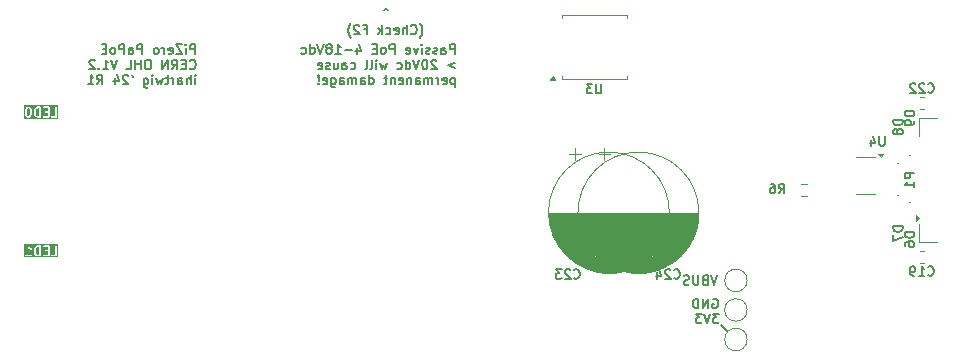
<source format=gbo>
%TF.GenerationSoftware,KiCad,Pcbnew,8.0.7*%
%TF.CreationDate,2025-01-01T14:13:32-08:00*%
%TF.ProjectId,pizero-papoe,70697a65-726f-42d7-9061-706f652e6b69,R1*%
%TF.SameCoordinates,PX652f520PY4a19ba0*%
%TF.FileFunction,Legend,Bot*%
%TF.FilePolarity,Positive*%
%FSLAX46Y46*%
G04 Gerber Fmt 4.6, Leading zero omitted, Abs format (unit mm)*
G04 Created by KiCad (PCBNEW 8.0.7) date 2025-01-01 14:13:32*
%MOMM*%
%LPD*%
G01*
G04 APERTURE LIST*
%ADD10C,0.150000*%
%ADD11C,0.120000*%
%ADD12C,0.100000*%
G04 APERTURE END LIST*
D10*
X44250000Y-27250000D02*
X44750000Y-27750000D01*
X21710839Y-4318385D02*
X21710839Y-3518385D01*
X21710839Y-3518385D02*
X21406077Y-3518385D01*
X21406077Y-3518385D02*
X21329887Y-3556480D01*
X21329887Y-3556480D02*
X21291792Y-3594575D01*
X21291792Y-3594575D02*
X21253696Y-3670766D01*
X21253696Y-3670766D02*
X21253696Y-3785051D01*
X21253696Y-3785051D02*
X21291792Y-3861242D01*
X21291792Y-3861242D02*
X21329887Y-3899337D01*
X21329887Y-3899337D02*
X21406077Y-3937432D01*
X21406077Y-3937432D02*
X21710839Y-3937432D01*
X20567982Y-4318385D02*
X20567982Y-3899337D01*
X20567982Y-3899337D02*
X20606077Y-3823147D01*
X20606077Y-3823147D02*
X20682268Y-3785051D01*
X20682268Y-3785051D02*
X20834649Y-3785051D01*
X20834649Y-3785051D02*
X20910839Y-3823147D01*
X20567982Y-4280290D02*
X20644173Y-4318385D01*
X20644173Y-4318385D02*
X20834649Y-4318385D01*
X20834649Y-4318385D02*
X20910839Y-4280290D01*
X20910839Y-4280290D02*
X20948935Y-4204099D01*
X20948935Y-4204099D02*
X20948935Y-4127909D01*
X20948935Y-4127909D02*
X20910839Y-4051718D01*
X20910839Y-4051718D02*
X20834649Y-4013623D01*
X20834649Y-4013623D02*
X20644173Y-4013623D01*
X20644173Y-4013623D02*
X20567982Y-3975528D01*
X20225125Y-4280290D02*
X20148934Y-4318385D01*
X20148934Y-4318385D02*
X19996553Y-4318385D01*
X19996553Y-4318385D02*
X19920363Y-4280290D01*
X19920363Y-4280290D02*
X19882267Y-4204099D01*
X19882267Y-4204099D02*
X19882267Y-4166004D01*
X19882267Y-4166004D02*
X19920363Y-4089813D01*
X19920363Y-4089813D02*
X19996553Y-4051718D01*
X19996553Y-4051718D02*
X20110839Y-4051718D01*
X20110839Y-4051718D02*
X20187029Y-4013623D01*
X20187029Y-4013623D02*
X20225125Y-3937432D01*
X20225125Y-3937432D02*
X20225125Y-3899337D01*
X20225125Y-3899337D02*
X20187029Y-3823147D01*
X20187029Y-3823147D02*
X20110839Y-3785051D01*
X20110839Y-3785051D02*
X19996553Y-3785051D01*
X19996553Y-3785051D02*
X19920363Y-3823147D01*
X19577506Y-4280290D02*
X19501315Y-4318385D01*
X19501315Y-4318385D02*
X19348934Y-4318385D01*
X19348934Y-4318385D02*
X19272744Y-4280290D01*
X19272744Y-4280290D02*
X19234648Y-4204099D01*
X19234648Y-4204099D02*
X19234648Y-4166004D01*
X19234648Y-4166004D02*
X19272744Y-4089813D01*
X19272744Y-4089813D02*
X19348934Y-4051718D01*
X19348934Y-4051718D02*
X19463220Y-4051718D01*
X19463220Y-4051718D02*
X19539410Y-4013623D01*
X19539410Y-4013623D02*
X19577506Y-3937432D01*
X19577506Y-3937432D02*
X19577506Y-3899337D01*
X19577506Y-3899337D02*
X19539410Y-3823147D01*
X19539410Y-3823147D02*
X19463220Y-3785051D01*
X19463220Y-3785051D02*
X19348934Y-3785051D01*
X19348934Y-3785051D02*
X19272744Y-3823147D01*
X18891791Y-4318385D02*
X18891791Y-3785051D01*
X18891791Y-3518385D02*
X18929887Y-3556480D01*
X18929887Y-3556480D02*
X18891791Y-3594575D01*
X18891791Y-3594575D02*
X18853696Y-3556480D01*
X18853696Y-3556480D02*
X18891791Y-3518385D01*
X18891791Y-3518385D02*
X18891791Y-3594575D01*
X18587030Y-3785051D02*
X18396554Y-4318385D01*
X18396554Y-4318385D02*
X18206077Y-3785051D01*
X17596553Y-4280290D02*
X17672744Y-4318385D01*
X17672744Y-4318385D02*
X17825125Y-4318385D01*
X17825125Y-4318385D02*
X17901315Y-4280290D01*
X17901315Y-4280290D02*
X17939411Y-4204099D01*
X17939411Y-4204099D02*
X17939411Y-3899337D01*
X17939411Y-3899337D02*
X17901315Y-3823147D01*
X17901315Y-3823147D02*
X17825125Y-3785051D01*
X17825125Y-3785051D02*
X17672744Y-3785051D01*
X17672744Y-3785051D02*
X17596553Y-3823147D01*
X17596553Y-3823147D02*
X17558458Y-3899337D01*
X17558458Y-3899337D02*
X17558458Y-3975528D01*
X17558458Y-3975528D02*
X17939411Y-4051718D01*
X16606077Y-4318385D02*
X16606077Y-3518385D01*
X16606077Y-3518385D02*
X16301315Y-3518385D01*
X16301315Y-3518385D02*
X16225125Y-3556480D01*
X16225125Y-3556480D02*
X16187030Y-3594575D01*
X16187030Y-3594575D02*
X16148934Y-3670766D01*
X16148934Y-3670766D02*
X16148934Y-3785051D01*
X16148934Y-3785051D02*
X16187030Y-3861242D01*
X16187030Y-3861242D02*
X16225125Y-3899337D01*
X16225125Y-3899337D02*
X16301315Y-3937432D01*
X16301315Y-3937432D02*
X16606077Y-3937432D01*
X15691792Y-4318385D02*
X15767982Y-4280290D01*
X15767982Y-4280290D02*
X15806077Y-4242194D01*
X15806077Y-4242194D02*
X15844173Y-4166004D01*
X15844173Y-4166004D02*
X15844173Y-3937432D01*
X15844173Y-3937432D02*
X15806077Y-3861242D01*
X15806077Y-3861242D02*
X15767982Y-3823147D01*
X15767982Y-3823147D02*
X15691792Y-3785051D01*
X15691792Y-3785051D02*
X15577506Y-3785051D01*
X15577506Y-3785051D02*
X15501315Y-3823147D01*
X15501315Y-3823147D02*
X15463220Y-3861242D01*
X15463220Y-3861242D02*
X15425125Y-3937432D01*
X15425125Y-3937432D02*
X15425125Y-4166004D01*
X15425125Y-4166004D02*
X15463220Y-4242194D01*
X15463220Y-4242194D02*
X15501315Y-4280290D01*
X15501315Y-4280290D02*
X15577506Y-4318385D01*
X15577506Y-4318385D02*
X15691792Y-4318385D01*
X15082267Y-3899337D02*
X14815601Y-3899337D01*
X14701315Y-4318385D02*
X15082267Y-4318385D01*
X15082267Y-4318385D02*
X15082267Y-3518385D01*
X15082267Y-3518385D02*
X14701315Y-3518385D01*
X13406076Y-3785051D02*
X13406076Y-4318385D01*
X13596552Y-3480290D02*
X13787029Y-4051718D01*
X13787029Y-4051718D02*
X13291790Y-4051718D01*
X12987028Y-4013623D02*
X12377505Y-4013623D01*
X11577505Y-4318385D02*
X12034648Y-4318385D01*
X11806076Y-4318385D02*
X11806076Y-3518385D01*
X11806076Y-3518385D02*
X11882267Y-3632670D01*
X11882267Y-3632670D02*
X11958457Y-3708861D01*
X11958457Y-3708861D02*
X12034648Y-3746956D01*
X11120362Y-3861242D02*
X11196552Y-3823147D01*
X11196552Y-3823147D02*
X11234647Y-3785051D01*
X11234647Y-3785051D02*
X11272743Y-3708861D01*
X11272743Y-3708861D02*
X11272743Y-3670766D01*
X11272743Y-3670766D02*
X11234647Y-3594575D01*
X11234647Y-3594575D02*
X11196552Y-3556480D01*
X11196552Y-3556480D02*
X11120362Y-3518385D01*
X11120362Y-3518385D02*
X10967981Y-3518385D01*
X10967981Y-3518385D02*
X10891790Y-3556480D01*
X10891790Y-3556480D02*
X10853695Y-3594575D01*
X10853695Y-3594575D02*
X10815600Y-3670766D01*
X10815600Y-3670766D02*
X10815600Y-3708861D01*
X10815600Y-3708861D02*
X10853695Y-3785051D01*
X10853695Y-3785051D02*
X10891790Y-3823147D01*
X10891790Y-3823147D02*
X10967981Y-3861242D01*
X10967981Y-3861242D02*
X11120362Y-3861242D01*
X11120362Y-3861242D02*
X11196552Y-3899337D01*
X11196552Y-3899337D02*
X11234647Y-3937432D01*
X11234647Y-3937432D02*
X11272743Y-4013623D01*
X11272743Y-4013623D02*
X11272743Y-4166004D01*
X11272743Y-4166004D02*
X11234647Y-4242194D01*
X11234647Y-4242194D02*
X11196552Y-4280290D01*
X11196552Y-4280290D02*
X11120362Y-4318385D01*
X11120362Y-4318385D02*
X10967981Y-4318385D01*
X10967981Y-4318385D02*
X10891790Y-4280290D01*
X10891790Y-4280290D02*
X10853695Y-4242194D01*
X10853695Y-4242194D02*
X10815600Y-4166004D01*
X10815600Y-4166004D02*
X10815600Y-4013623D01*
X10815600Y-4013623D02*
X10853695Y-3937432D01*
X10853695Y-3937432D02*
X10891790Y-3899337D01*
X10891790Y-3899337D02*
X10967981Y-3861242D01*
X10587028Y-3518385D02*
X10320361Y-4318385D01*
X10320361Y-4318385D02*
X10053695Y-3518385D01*
X9444171Y-4318385D02*
X9444171Y-3518385D01*
X9444171Y-4280290D02*
X9520362Y-4318385D01*
X9520362Y-4318385D02*
X9672743Y-4318385D01*
X9672743Y-4318385D02*
X9748933Y-4280290D01*
X9748933Y-4280290D02*
X9787028Y-4242194D01*
X9787028Y-4242194D02*
X9825124Y-4166004D01*
X9825124Y-4166004D02*
X9825124Y-3937432D01*
X9825124Y-3937432D02*
X9787028Y-3861242D01*
X9787028Y-3861242D02*
X9748933Y-3823147D01*
X9748933Y-3823147D02*
X9672743Y-3785051D01*
X9672743Y-3785051D02*
X9520362Y-3785051D01*
X9520362Y-3785051D02*
X9444171Y-3823147D01*
X8720361Y-4280290D02*
X8796552Y-4318385D01*
X8796552Y-4318385D02*
X8948933Y-4318385D01*
X8948933Y-4318385D02*
X9025123Y-4280290D01*
X9025123Y-4280290D02*
X9063218Y-4242194D01*
X9063218Y-4242194D02*
X9101314Y-4166004D01*
X9101314Y-4166004D02*
X9101314Y-3937432D01*
X9101314Y-3937432D02*
X9063218Y-3861242D01*
X9063218Y-3861242D02*
X9025123Y-3823147D01*
X9025123Y-3823147D02*
X8948933Y-3785051D01*
X8948933Y-3785051D02*
X8796552Y-3785051D01*
X8796552Y-3785051D02*
X8720361Y-3823147D01*
X21710839Y-5073006D02*
X21101316Y-5301578D01*
X21101316Y-5301578D02*
X21710839Y-5530149D01*
X20148935Y-4882530D02*
X20110839Y-4844435D01*
X20110839Y-4844435D02*
X20034649Y-4806340D01*
X20034649Y-4806340D02*
X19844173Y-4806340D01*
X19844173Y-4806340D02*
X19767982Y-4844435D01*
X19767982Y-4844435D02*
X19729887Y-4882530D01*
X19729887Y-4882530D02*
X19691792Y-4958721D01*
X19691792Y-4958721D02*
X19691792Y-5034911D01*
X19691792Y-5034911D02*
X19729887Y-5149197D01*
X19729887Y-5149197D02*
X20187030Y-5606340D01*
X20187030Y-5606340D02*
X19691792Y-5606340D01*
X19196553Y-4806340D02*
X19120363Y-4806340D01*
X19120363Y-4806340D02*
X19044172Y-4844435D01*
X19044172Y-4844435D02*
X19006077Y-4882530D01*
X19006077Y-4882530D02*
X18967982Y-4958721D01*
X18967982Y-4958721D02*
X18929887Y-5111102D01*
X18929887Y-5111102D02*
X18929887Y-5301578D01*
X18929887Y-5301578D02*
X18967982Y-5453959D01*
X18967982Y-5453959D02*
X19006077Y-5530149D01*
X19006077Y-5530149D02*
X19044172Y-5568245D01*
X19044172Y-5568245D02*
X19120363Y-5606340D01*
X19120363Y-5606340D02*
X19196553Y-5606340D01*
X19196553Y-5606340D02*
X19272744Y-5568245D01*
X19272744Y-5568245D02*
X19310839Y-5530149D01*
X19310839Y-5530149D02*
X19348934Y-5453959D01*
X19348934Y-5453959D02*
X19387030Y-5301578D01*
X19387030Y-5301578D02*
X19387030Y-5111102D01*
X19387030Y-5111102D02*
X19348934Y-4958721D01*
X19348934Y-4958721D02*
X19310839Y-4882530D01*
X19310839Y-4882530D02*
X19272744Y-4844435D01*
X19272744Y-4844435D02*
X19196553Y-4806340D01*
X18701315Y-4806340D02*
X18434648Y-5606340D01*
X18434648Y-5606340D02*
X18167982Y-4806340D01*
X17558458Y-5606340D02*
X17558458Y-4806340D01*
X17558458Y-5568245D02*
X17634649Y-5606340D01*
X17634649Y-5606340D02*
X17787030Y-5606340D01*
X17787030Y-5606340D02*
X17863220Y-5568245D01*
X17863220Y-5568245D02*
X17901315Y-5530149D01*
X17901315Y-5530149D02*
X17939411Y-5453959D01*
X17939411Y-5453959D02*
X17939411Y-5225387D01*
X17939411Y-5225387D02*
X17901315Y-5149197D01*
X17901315Y-5149197D02*
X17863220Y-5111102D01*
X17863220Y-5111102D02*
X17787030Y-5073006D01*
X17787030Y-5073006D02*
X17634649Y-5073006D01*
X17634649Y-5073006D02*
X17558458Y-5111102D01*
X16834648Y-5568245D02*
X16910839Y-5606340D01*
X16910839Y-5606340D02*
X17063220Y-5606340D01*
X17063220Y-5606340D02*
X17139410Y-5568245D01*
X17139410Y-5568245D02*
X17177505Y-5530149D01*
X17177505Y-5530149D02*
X17215601Y-5453959D01*
X17215601Y-5453959D02*
X17215601Y-5225387D01*
X17215601Y-5225387D02*
X17177505Y-5149197D01*
X17177505Y-5149197D02*
X17139410Y-5111102D01*
X17139410Y-5111102D02*
X17063220Y-5073006D01*
X17063220Y-5073006D02*
X16910839Y-5073006D01*
X16910839Y-5073006D02*
X16834648Y-5111102D01*
X15958458Y-5073006D02*
X15806077Y-5606340D01*
X15806077Y-5606340D02*
X15653696Y-5225387D01*
X15653696Y-5225387D02*
X15501315Y-5606340D01*
X15501315Y-5606340D02*
X15348934Y-5073006D01*
X15044172Y-5606340D02*
X15044172Y-5073006D01*
X15044172Y-4806340D02*
X15082268Y-4844435D01*
X15082268Y-4844435D02*
X15044172Y-4882530D01*
X15044172Y-4882530D02*
X15006077Y-4844435D01*
X15006077Y-4844435D02*
X15044172Y-4806340D01*
X15044172Y-4806340D02*
X15044172Y-4882530D01*
X14548935Y-5606340D02*
X14625125Y-5568245D01*
X14625125Y-5568245D02*
X14663220Y-5492054D01*
X14663220Y-5492054D02*
X14663220Y-4806340D01*
X14129887Y-5606340D02*
X14206077Y-5568245D01*
X14206077Y-5568245D02*
X14244172Y-5492054D01*
X14244172Y-5492054D02*
X14244172Y-4806340D01*
X12872743Y-5568245D02*
X12948934Y-5606340D01*
X12948934Y-5606340D02*
X13101315Y-5606340D01*
X13101315Y-5606340D02*
X13177505Y-5568245D01*
X13177505Y-5568245D02*
X13215600Y-5530149D01*
X13215600Y-5530149D02*
X13253696Y-5453959D01*
X13253696Y-5453959D02*
X13253696Y-5225387D01*
X13253696Y-5225387D02*
X13215600Y-5149197D01*
X13215600Y-5149197D02*
X13177505Y-5111102D01*
X13177505Y-5111102D02*
X13101315Y-5073006D01*
X13101315Y-5073006D02*
X12948934Y-5073006D01*
X12948934Y-5073006D02*
X12872743Y-5111102D01*
X12187029Y-5606340D02*
X12187029Y-5187292D01*
X12187029Y-5187292D02*
X12225124Y-5111102D01*
X12225124Y-5111102D02*
X12301315Y-5073006D01*
X12301315Y-5073006D02*
X12453696Y-5073006D01*
X12453696Y-5073006D02*
X12529886Y-5111102D01*
X12187029Y-5568245D02*
X12263220Y-5606340D01*
X12263220Y-5606340D02*
X12453696Y-5606340D01*
X12453696Y-5606340D02*
X12529886Y-5568245D01*
X12529886Y-5568245D02*
X12567982Y-5492054D01*
X12567982Y-5492054D02*
X12567982Y-5415864D01*
X12567982Y-5415864D02*
X12529886Y-5339673D01*
X12529886Y-5339673D02*
X12453696Y-5301578D01*
X12453696Y-5301578D02*
X12263220Y-5301578D01*
X12263220Y-5301578D02*
X12187029Y-5263483D01*
X11463219Y-5073006D02*
X11463219Y-5606340D01*
X11806076Y-5073006D02*
X11806076Y-5492054D01*
X11806076Y-5492054D02*
X11767981Y-5568245D01*
X11767981Y-5568245D02*
X11691791Y-5606340D01*
X11691791Y-5606340D02*
X11577505Y-5606340D01*
X11577505Y-5606340D02*
X11501314Y-5568245D01*
X11501314Y-5568245D02*
X11463219Y-5530149D01*
X11120362Y-5568245D02*
X11044171Y-5606340D01*
X11044171Y-5606340D02*
X10891790Y-5606340D01*
X10891790Y-5606340D02*
X10815600Y-5568245D01*
X10815600Y-5568245D02*
X10777504Y-5492054D01*
X10777504Y-5492054D02*
X10777504Y-5453959D01*
X10777504Y-5453959D02*
X10815600Y-5377768D01*
X10815600Y-5377768D02*
X10891790Y-5339673D01*
X10891790Y-5339673D02*
X11006076Y-5339673D01*
X11006076Y-5339673D02*
X11082266Y-5301578D01*
X11082266Y-5301578D02*
X11120362Y-5225387D01*
X11120362Y-5225387D02*
X11120362Y-5187292D01*
X11120362Y-5187292D02*
X11082266Y-5111102D01*
X11082266Y-5111102D02*
X11006076Y-5073006D01*
X11006076Y-5073006D02*
X10891790Y-5073006D01*
X10891790Y-5073006D02*
X10815600Y-5111102D01*
X10129885Y-5568245D02*
X10206076Y-5606340D01*
X10206076Y-5606340D02*
X10358457Y-5606340D01*
X10358457Y-5606340D02*
X10434647Y-5568245D01*
X10434647Y-5568245D02*
X10472743Y-5492054D01*
X10472743Y-5492054D02*
X10472743Y-5187292D01*
X10472743Y-5187292D02*
X10434647Y-5111102D01*
X10434647Y-5111102D02*
X10358457Y-5073006D01*
X10358457Y-5073006D02*
X10206076Y-5073006D01*
X10206076Y-5073006D02*
X10129885Y-5111102D01*
X10129885Y-5111102D02*
X10091790Y-5187292D01*
X10091790Y-5187292D02*
X10091790Y-5263483D01*
X10091790Y-5263483D02*
X10472743Y-5339673D01*
X21710839Y-6360961D02*
X21710839Y-7160961D01*
X21710839Y-6399057D02*
X21634649Y-6360961D01*
X21634649Y-6360961D02*
X21482268Y-6360961D01*
X21482268Y-6360961D02*
X21406077Y-6399057D01*
X21406077Y-6399057D02*
X21367982Y-6437152D01*
X21367982Y-6437152D02*
X21329887Y-6513342D01*
X21329887Y-6513342D02*
X21329887Y-6741914D01*
X21329887Y-6741914D02*
X21367982Y-6818104D01*
X21367982Y-6818104D02*
X21406077Y-6856200D01*
X21406077Y-6856200D02*
X21482268Y-6894295D01*
X21482268Y-6894295D02*
X21634649Y-6894295D01*
X21634649Y-6894295D02*
X21710839Y-6856200D01*
X20682267Y-6856200D02*
X20758458Y-6894295D01*
X20758458Y-6894295D02*
X20910839Y-6894295D01*
X20910839Y-6894295D02*
X20987029Y-6856200D01*
X20987029Y-6856200D02*
X21025125Y-6780009D01*
X21025125Y-6780009D02*
X21025125Y-6475247D01*
X21025125Y-6475247D02*
X20987029Y-6399057D01*
X20987029Y-6399057D02*
X20910839Y-6360961D01*
X20910839Y-6360961D02*
X20758458Y-6360961D01*
X20758458Y-6360961D02*
X20682267Y-6399057D01*
X20682267Y-6399057D02*
X20644172Y-6475247D01*
X20644172Y-6475247D02*
X20644172Y-6551438D01*
X20644172Y-6551438D02*
X21025125Y-6627628D01*
X20301315Y-6894295D02*
X20301315Y-6360961D01*
X20301315Y-6513342D02*
X20263220Y-6437152D01*
X20263220Y-6437152D02*
X20225125Y-6399057D01*
X20225125Y-6399057D02*
X20148934Y-6360961D01*
X20148934Y-6360961D02*
X20072744Y-6360961D01*
X19806077Y-6894295D02*
X19806077Y-6360961D01*
X19806077Y-6437152D02*
X19767982Y-6399057D01*
X19767982Y-6399057D02*
X19691792Y-6360961D01*
X19691792Y-6360961D02*
X19577506Y-6360961D01*
X19577506Y-6360961D02*
X19501315Y-6399057D01*
X19501315Y-6399057D02*
X19463220Y-6475247D01*
X19463220Y-6475247D02*
X19463220Y-6894295D01*
X19463220Y-6475247D02*
X19425125Y-6399057D01*
X19425125Y-6399057D02*
X19348934Y-6360961D01*
X19348934Y-6360961D02*
X19234649Y-6360961D01*
X19234649Y-6360961D02*
X19158458Y-6399057D01*
X19158458Y-6399057D02*
X19120363Y-6475247D01*
X19120363Y-6475247D02*
X19120363Y-6894295D01*
X18396553Y-6894295D02*
X18396553Y-6475247D01*
X18396553Y-6475247D02*
X18434648Y-6399057D01*
X18434648Y-6399057D02*
X18510839Y-6360961D01*
X18510839Y-6360961D02*
X18663220Y-6360961D01*
X18663220Y-6360961D02*
X18739410Y-6399057D01*
X18396553Y-6856200D02*
X18472744Y-6894295D01*
X18472744Y-6894295D02*
X18663220Y-6894295D01*
X18663220Y-6894295D02*
X18739410Y-6856200D01*
X18739410Y-6856200D02*
X18777506Y-6780009D01*
X18777506Y-6780009D02*
X18777506Y-6703819D01*
X18777506Y-6703819D02*
X18739410Y-6627628D01*
X18739410Y-6627628D02*
X18663220Y-6589533D01*
X18663220Y-6589533D02*
X18472744Y-6589533D01*
X18472744Y-6589533D02*
X18396553Y-6551438D01*
X18015600Y-6360961D02*
X18015600Y-6894295D01*
X18015600Y-6437152D02*
X17977505Y-6399057D01*
X17977505Y-6399057D02*
X17901315Y-6360961D01*
X17901315Y-6360961D02*
X17787029Y-6360961D01*
X17787029Y-6360961D02*
X17710838Y-6399057D01*
X17710838Y-6399057D02*
X17672743Y-6475247D01*
X17672743Y-6475247D02*
X17672743Y-6894295D01*
X16987028Y-6856200D02*
X17063219Y-6894295D01*
X17063219Y-6894295D02*
X17215600Y-6894295D01*
X17215600Y-6894295D02*
X17291790Y-6856200D01*
X17291790Y-6856200D02*
X17329886Y-6780009D01*
X17329886Y-6780009D02*
X17329886Y-6475247D01*
X17329886Y-6475247D02*
X17291790Y-6399057D01*
X17291790Y-6399057D02*
X17215600Y-6360961D01*
X17215600Y-6360961D02*
X17063219Y-6360961D01*
X17063219Y-6360961D02*
X16987028Y-6399057D01*
X16987028Y-6399057D02*
X16948933Y-6475247D01*
X16948933Y-6475247D02*
X16948933Y-6551438D01*
X16948933Y-6551438D02*
X17329886Y-6627628D01*
X16606076Y-6360961D02*
X16606076Y-6894295D01*
X16606076Y-6437152D02*
X16567981Y-6399057D01*
X16567981Y-6399057D02*
X16491791Y-6360961D01*
X16491791Y-6360961D02*
X16377505Y-6360961D01*
X16377505Y-6360961D02*
X16301314Y-6399057D01*
X16301314Y-6399057D02*
X16263219Y-6475247D01*
X16263219Y-6475247D02*
X16263219Y-6894295D01*
X15996552Y-6360961D02*
X15691790Y-6360961D01*
X15882266Y-6094295D02*
X15882266Y-6780009D01*
X15882266Y-6780009D02*
X15844171Y-6856200D01*
X15844171Y-6856200D02*
X15767981Y-6894295D01*
X15767981Y-6894295D02*
X15691790Y-6894295D01*
X14472742Y-6894295D02*
X14472742Y-6094295D01*
X14472742Y-6856200D02*
X14548933Y-6894295D01*
X14548933Y-6894295D02*
X14701314Y-6894295D01*
X14701314Y-6894295D02*
X14777504Y-6856200D01*
X14777504Y-6856200D02*
X14815599Y-6818104D01*
X14815599Y-6818104D02*
X14853695Y-6741914D01*
X14853695Y-6741914D02*
X14853695Y-6513342D01*
X14853695Y-6513342D02*
X14815599Y-6437152D01*
X14815599Y-6437152D02*
X14777504Y-6399057D01*
X14777504Y-6399057D02*
X14701314Y-6360961D01*
X14701314Y-6360961D02*
X14548933Y-6360961D01*
X14548933Y-6360961D02*
X14472742Y-6399057D01*
X13748932Y-6894295D02*
X13748932Y-6475247D01*
X13748932Y-6475247D02*
X13787027Y-6399057D01*
X13787027Y-6399057D02*
X13863218Y-6360961D01*
X13863218Y-6360961D02*
X14015599Y-6360961D01*
X14015599Y-6360961D02*
X14091789Y-6399057D01*
X13748932Y-6856200D02*
X13825123Y-6894295D01*
X13825123Y-6894295D02*
X14015599Y-6894295D01*
X14015599Y-6894295D02*
X14091789Y-6856200D01*
X14091789Y-6856200D02*
X14129885Y-6780009D01*
X14129885Y-6780009D02*
X14129885Y-6703819D01*
X14129885Y-6703819D02*
X14091789Y-6627628D01*
X14091789Y-6627628D02*
X14015599Y-6589533D01*
X14015599Y-6589533D02*
X13825123Y-6589533D01*
X13825123Y-6589533D02*
X13748932Y-6551438D01*
X13367979Y-6894295D02*
X13367979Y-6360961D01*
X13367979Y-6437152D02*
X13329884Y-6399057D01*
X13329884Y-6399057D02*
X13253694Y-6360961D01*
X13253694Y-6360961D02*
X13139408Y-6360961D01*
X13139408Y-6360961D02*
X13063217Y-6399057D01*
X13063217Y-6399057D02*
X13025122Y-6475247D01*
X13025122Y-6475247D02*
X13025122Y-6894295D01*
X13025122Y-6475247D02*
X12987027Y-6399057D01*
X12987027Y-6399057D02*
X12910836Y-6360961D01*
X12910836Y-6360961D02*
X12796551Y-6360961D01*
X12796551Y-6360961D02*
X12720360Y-6399057D01*
X12720360Y-6399057D02*
X12682265Y-6475247D01*
X12682265Y-6475247D02*
X12682265Y-6894295D01*
X11958455Y-6894295D02*
X11958455Y-6475247D01*
X11958455Y-6475247D02*
X11996550Y-6399057D01*
X11996550Y-6399057D02*
X12072741Y-6360961D01*
X12072741Y-6360961D02*
X12225122Y-6360961D01*
X12225122Y-6360961D02*
X12301312Y-6399057D01*
X11958455Y-6856200D02*
X12034646Y-6894295D01*
X12034646Y-6894295D02*
X12225122Y-6894295D01*
X12225122Y-6894295D02*
X12301312Y-6856200D01*
X12301312Y-6856200D02*
X12339408Y-6780009D01*
X12339408Y-6780009D02*
X12339408Y-6703819D01*
X12339408Y-6703819D02*
X12301312Y-6627628D01*
X12301312Y-6627628D02*
X12225122Y-6589533D01*
X12225122Y-6589533D02*
X12034646Y-6589533D01*
X12034646Y-6589533D02*
X11958455Y-6551438D01*
X11234645Y-6360961D02*
X11234645Y-7008580D01*
X11234645Y-7008580D02*
X11272740Y-7084771D01*
X11272740Y-7084771D02*
X11310836Y-7122866D01*
X11310836Y-7122866D02*
X11387026Y-7160961D01*
X11387026Y-7160961D02*
X11501312Y-7160961D01*
X11501312Y-7160961D02*
X11577502Y-7122866D01*
X11234645Y-6856200D02*
X11310836Y-6894295D01*
X11310836Y-6894295D02*
X11463217Y-6894295D01*
X11463217Y-6894295D02*
X11539407Y-6856200D01*
X11539407Y-6856200D02*
X11577502Y-6818104D01*
X11577502Y-6818104D02*
X11615598Y-6741914D01*
X11615598Y-6741914D02*
X11615598Y-6513342D01*
X11615598Y-6513342D02*
X11577502Y-6437152D01*
X11577502Y-6437152D02*
X11539407Y-6399057D01*
X11539407Y-6399057D02*
X11463217Y-6360961D01*
X11463217Y-6360961D02*
X11310836Y-6360961D01*
X11310836Y-6360961D02*
X11234645Y-6399057D01*
X10548930Y-6856200D02*
X10625121Y-6894295D01*
X10625121Y-6894295D02*
X10777502Y-6894295D01*
X10777502Y-6894295D02*
X10853692Y-6856200D01*
X10853692Y-6856200D02*
X10891788Y-6780009D01*
X10891788Y-6780009D02*
X10891788Y-6475247D01*
X10891788Y-6475247D02*
X10853692Y-6399057D01*
X10853692Y-6399057D02*
X10777502Y-6360961D01*
X10777502Y-6360961D02*
X10625121Y-6360961D01*
X10625121Y-6360961D02*
X10548930Y-6399057D01*
X10548930Y-6399057D02*
X10510835Y-6475247D01*
X10510835Y-6475247D02*
X10510835Y-6551438D01*
X10510835Y-6551438D02*
X10891788Y-6627628D01*
X10167978Y-6818104D02*
X10129883Y-6856200D01*
X10129883Y-6856200D02*
X10167978Y-6894295D01*
X10167978Y-6894295D02*
X10206074Y-6856200D01*
X10206074Y-6856200D02*
X10167978Y-6818104D01*
X10167978Y-6818104D02*
X10167978Y-6894295D01*
X10167978Y-6589533D02*
X10206074Y-6132390D01*
X10206074Y-6132390D02*
X10167978Y-6094295D01*
X10167978Y-6094295D02*
X10129883Y-6132390D01*
X10129883Y-6132390D02*
X10167978Y-6589533D01*
X10167978Y-6589533D02*
X10167978Y-6094295D01*
X-289161Y-4324340D02*
X-289161Y-3524340D01*
X-289161Y-3524340D02*
X-593923Y-3524340D01*
X-593923Y-3524340D02*
X-670113Y-3562435D01*
X-670113Y-3562435D02*
X-708208Y-3600530D01*
X-708208Y-3600530D02*
X-746304Y-3676721D01*
X-746304Y-3676721D02*
X-746304Y-3791006D01*
X-746304Y-3791006D02*
X-708208Y-3867197D01*
X-708208Y-3867197D02*
X-670113Y-3905292D01*
X-670113Y-3905292D02*
X-593923Y-3943387D01*
X-593923Y-3943387D02*
X-289161Y-3943387D01*
X-1089161Y-4324340D02*
X-1089161Y-3791006D01*
X-1089161Y-3524340D02*
X-1051065Y-3562435D01*
X-1051065Y-3562435D02*
X-1089161Y-3600530D01*
X-1089161Y-3600530D02*
X-1127256Y-3562435D01*
X-1127256Y-3562435D02*
X-1089161Y-3524340D01*
X-1089161Y-3524340D02*
X-1089161Y-3600530D01*
X-1393922Y-3524340D02*
X-1927256Y-3524340D01*
X-1927256Y-3524340D02*
X-1393922Y-4324340D01*
X-1393922Y-4324340D02*
X-1927256Y-4324340D01*
X-2536780Y-4286245D02*
X-2460589Y-4324340D01*
X-2460589Y-4324340D02*
X-2308208Y-4324340D01*
X-2308208Y-4324340D02*
X-2232018Y-4286245D01*
X-2232018Y-4286245D02*
X-2193922Y-4210054D01*
X-2193922Y-4210054D02*
X-2193922Y-3905292D01*
X-2193922Y-3905292D02*
X-2232018Y-3829102D01*
X-2232018Y-3829102D02*
X-2308208Y-3791006D01*
X-2308208Y-3791006D02*
X-2460589Y-3791006D01*
X-2460589Y-3791006D02*
X-2536780Y-3829102D01*
X-2536780Y-3829102D02*
X-2574875Y-3905292D01*
X-2574875Y-3905292D02*
X-2574875Y-3981483D01*
X-2574875Y-3981483D02*
X-2193922Y-4057673D01*
X-2917732Y-4324340D02*
X-2917732Y-3791006D01*
X-2917732Y-3943387D02*
X-2955827Y-3867197D01*
X-2955827Y-3867197D02*
X-2993922Y-3829102D01*
X-2993922Y-3829102D02*
X-3070113Y-3791006D01*
X-3070113Y-3791006D02*
X-3146303Y-3791006D01*
X-3527255Y-4324340D02*
X-3451065Y-4286245D01*
X-3451065Y-4286245D02*
X-3412970Y-4248149D01*
X-3412970Y-4248149D02*
X-3374874Y-4171959D01*
X-3374874Y-4171959D02*
X-3374874Y-3943387D01*
X-3374874Y-3943387D02*
X-3412970Y-3867197D01*
X-3412970Y-3867197D02*
X-3451065Y-3829102D01*
X-3451065Y-3829102D02*
X-3527255Y-3791006D01*
X-3527255Y-3791006D02*
X-3641541Y-3791006D01*
X-3641541Y-3791006D02*
X-3717732Y-3829102D01*
X-3717732Y-3829102D02*
X-3755827Y-3867197D01*
X-3755827Y-3867197D02*
X-3793922Y-3943387D01*
X-3793922Y-3943387D02*
X-3793922Y-4171959D01*
X-3793922Y-4171959D02*
X-3755827Y-4248149D01*
X-3755827Y-4248149D02*
X-3717732Y-4286245D01*
X-3717732Y-4286245D02*
X-3641541Y-4324340D01*
X-3641541Y-4324340D02*
X-3527255Y-4324340D01*
X-4746304Y-4324340D02*
X-4746304Y-3524340D01*
X-4746304Y-3524340D02*
X-5051066Y-3524340D01*
X-5051066Y-3524340D02*
X-5127256Y-3562435D01*
X-5127256Y-3562435D02*
X-5165351Y-3600530D01*
X-5165351Y-3600530D02*
X-5203447Y-3676721D01*
X-5203447Y-3676721D02*
X-5203447Y-3791006D01*
X-5203447Y-3791006D02*
X-5165351Y-3867197D01*
X-5165351Y-3867197D02*
X-5127256Y-3905292D01*
X-5127256Y-3905292D02*
X-5051066Y-3943387D01*
X-5051066Y-3943387D02*
X-4746304Y-3943387D01*
X-5889161Y-4324340D02*
X-5889161Y-3905292D01*
X-5889161Y-3905292D02*
X-5851066Y-3829102D01*
X-5851066Y-3829102D02*
X-5774875Y-3791006D01*
X-5774875Y-3791006D02*
X-5622494Y-3791006D01*
X-5622494Y-3791006D02*
X-5546304Y-3829102D01*
X-5889161Y-4286245D02*
X-5812970Y-4324340D01*
X-5812970Y-4324340D02*
X-5622494Y-4324340D01*
X-5622494Y-4324340D02*
X-5546304Y-4286245D01*
X-5546304Y-4286245D02*
X-5508208Y-4210054D01*
X-5508208Y-4210054D02*
X-5508208Y-4133864D01*
X-5508208Y-4133864D02*
X-5546304Y-4057673D01*
X-5546304Y-4057673D02*
X-5622494Y-4019578D01*
X-5622494Y-4019578D02*
X-5812970Y-4019578D01*
X-5812970Y-4019578D02*
X-5889161Y-3981483D01*
X-6270114Y-4324340D02*
X-6270114Y-3524340D01*
X-6270114Y-3524340D02*
X-6574876Y-3524340D01*
X-6574876Y-3524340D02*
X-6651066Y-3562435D01*
X-6651066Y-3562435D02*
X-6689161Y-3600530D01*
X-6689161Y-3600530D02*
X-6727257Y-3676721D01*
X-6727257Y-3676721D02*
X-6727257Y-3791006D01*
X-6727257Y-3791006D02*
X-6689161Y-3867197D01*
X-6689161Y-3867197D02*
X-6651066Y-3905292D01*
X-6651066Y-3905292D02*
X-6574876Y-3943387D01*
X-6574876Y-3943387D02*
X-6270114Y-3943387D01*
X-7184399Y-4324340D02*
X-7108209Y-4286245D01*
X-7108209Y-4286245D02*
X-7070114Y-4248149D01*
X-7070114Y-4248149D02*
X-7032018Y-4171959D01*
X-7032018Y-4171959D02*
X-7032018Y-3943387D01*
X-7032018Y-3943387D02*
X-7070114Y-3867197D01*
X-7070114Y-3867197D02*
X-7108209Y-3829102D01*
X-7108209Y-3829102D02*
X-7184399Y-3791006D01*
X-7184399Y-3791006D02*
X-7298685Y-3791006D01*
X-7298685Y-3791006D02*
X-7374876Y-3829102D01*
X-7374876Y-3829102D02*
X-7412971Y-3867197D01*
X-7412971Y-3867197D02*
X-7451066Y-3943387D01*
X-7451066Y-3943387D02*
X-7451066Y-4171959D01*
X-7451066Y-4171959D02*
X-7412971Y-4248149D01*
X-7412971Y-4248149D02*
X-7374876Y-4286245D01*
X-7374876Y-4286245D02*
X-7298685Y-4324340D01*
X-7298685Y-4324340D02*
X-7184399Y-4324340D01*
X-7793924Y-3905292D02*
X-8060590Y-3905292D01*
X-8174876Y-4324340D02*
X-7793924Y-4324340D01*
X-7793924Y-4324340D02*
X-7793924Y-3524340D01*
X-7793924Y-3524340D02*
X-8174876Y-3524340D01*
X-746304Y-5536104D02*
X-708208Y-5574200D01*
X-708208Y-5574200D02*
X-593923Y-5612295D01*
X-593923Y-5612295D02*
X-517732Y-5612295D01*
X-517732Y-5612295D02*
X-403446Y-5574200D01*
X-403446Y-5574200D02*
X-327256Y-5498009D01*
X-327256Y-5498009D02*
X-289161Y-5421819D01*
X-289161Y-5421819D02*
X-251065Y-5269438D01*
X-251065Y-5269438D02*
X-251065Y-5155152D01*
X-251065Y-5155152D02*
X-289161Y-5002771D01*
X-289161Y-5002771D02*
X-327256Y-4926580D01*
X-327256Y-4926580D02*
X-403446Y-4850390D01*
X-403446Y-4850390D02*
X-517732Y-4812295D01*
X-517732Y-4812295D02*
X-593923Y-4812295D01*
X-593923Y-4812295D02*
X-708208Y-4850390D01*
X-708208Y-4850390D02*
X-746304Y-4888485D01*
X-1089161Y-5193247D02*
X-1355827Y-5193247D01*
X-1470113Y-5612295D02*
X-1089161Y-5612295D01*
X-1089161Y-5612295D02*
X-1089161Y-4812295D01*
X-1089161Y-4812295D02*
X-1470113Y-4812295D01*
X-2270114Y-5612295D02*
X-2003447Y-5231342D01*
X-1812971Y-5612295D02*
X-1812971Y-4812295D01*
X-1812971Y-4812295D02*
X-2117733Y-4812295D01*
X-2117733Y-4812295D02*
X-2193923Y-4850390D01*
X-2193923Y-4850390D02*
X-2232018Y-4888485D01*
X-2232018Y-4888485D02*
X-2270114Y-4964676D01*
X-2270114Y-4964676D02*
X-2270114Y-5078961D01*
X-2270114Y-5078961D02*
X-2232018Y-5155152D01*
X-2232018Y-5155152D02*
X-2193923Y-5193247D01*
X-2193923Y-5193247D02*
X-2117733Y-5231342D01*
X-2117733Y-5231342D02*
X-1812971Y-5231342D01*
X-2612971Y-5612295D02*
X-2612971Y-4812295D01*
X-2612971Y-4812295D02*
X-3070114Y-5612295D01*
X-3070114Y-5612295D02*
X-3070114Y-4812295D01*
X-4212971Y-4812295D02*
X-4365352Y-4812295D01*
X-4365352Y-4812295D02*
X-4441542Y-4850390D01*
X-4441542Y-4850390D02*
X-4517733Y-4926580D01*
X-4517733Y-4926580D02*
X-4555828Y-5078961D01*
X-4555828Y-5078961D02*
X-4555828Y-5345628D01*
X-4555828Y-5345628D02*
X-4517733Y-5498009D01*
X-4517733Y-5498009D02*
X-4441542Y-5574200D01*
X-4441542Y-5574200D02*
X-4365352Y-5612295D01*
X-4365352Y-5612295D02*
X-4212971Y-5612295D01*
X-4212971Y-5612295D02*
X-4136780Y-5574200D01*
X-4136780Y-5574200D02*
X-4060590Y-5498009D01*
X-4060590Y-5498009D02*
X-4022494Y-5345628D01*
X-4022494Y-5345628D02*
X-4022494Y-5078961D01*
X-4022494Y-5078961D02*
X-4060590Y-4926580D01*
X-4060590Y-4926580D02*
X-4136780Y-4850390D01*
X-4136780Y-4850390D02*
X-4212971Y-4812295D01*
X-4898685Y-5612295D02*
X-4898685Y-4812295D01*
X-4898685Y-5193247D02*
X-5355828Y-5193247D01*
X-5355828Y-5612295D02*
X-5355828Y-4812295D01*
X-6117732Y-5612295D02*
X-5736780Y-5612295D01*
X-5736780Y-5612295D02*
X-5736780Y-4812295D01*
X-6879637Y-4812295D02*
X-7146304Y-5612295D01*
X-7146304Y-5612295D02*
X-7412970Y-4812295D01*
X-8098684Y-5612295D02*
X-7641541Y-5612295D01*
X-7870113Y-5612295D02*
X-7870113Y-4812295D01*
X-7870113Y-4812295D02*
X-7793922Y-4926580D01*
X-7793922Y-4926580D02*
X-7717732Y-5002771D01*
X-7717732Y-5002771D02*
X-7641541Y-5040866D01*
X-8441542Y-5536104D02*
X-8479637Y-5574200D01*
X-8479637Y-5574200D02*
X-8441542Y-5612295D01*
X-8441542Y-5612295D02*
X-8403446Y-5574200D01*
X-8403446Y-5574200D02*
X-8441542Y-5536104D01*
X-8441542Y-5536104D02*
X-8441542Y-5612295D01*
X-8784398Y-4888485D02*
X-8822494Y-4850390D01*
X-8822494Y-4850390D02*
X-8898684Y-4812295D01*
X-8898684Y-4812295D02*
X-9089160Y-4812295D01*
X-9089160Y-4812295D02*
X-9165351Y-4850390D01*
X-9165351Y-4850390D02*
X-9203446Y-4888485D01*
X-9203446Y-4888485D02*
X-9241541Y-4964676D01*
X-9241541Y-4964676D02*
X-9241541Y-5040866D01*
X-9241541Y-5040866D02*
X-9203446Y-5155152D01*
X-9203446Y-5155152D02*
X-8746303Y-5612295D01*
X-8746303Y-5612295D02*
X-9241541Y-5612295D01*
X-289161Y-6900250D02*
X-289161Y-6366916D01*
X-289161Y-6100250D02*
X-251065Y-6138345D01*
X-251065Y-6138345D02*
X-289161Y-6176440D01*
X-289161Y-6176440D02*
X-327256Y-6138345D01*
X-327256Y-6138345D02*
X-289161Y-6100250D01*
X-289161Y-6100250D02*
X-289161Y-6176440D01*
X-670113Y-6900250D02*
X-670113Y-6100250D01*
X-1012970Y-6900250D02*
X-1012970Y-6481202D01*
X-1012970Y-6481202D02*
X-974875Y-6405012D01*
X-974875Y-6405012D02*
X-898684Y-6366916D01*
X-898684Y-6366916D02*
X-784398Y-6366916D01*
X-784398Y-6366916D02*
X-708208Y-6405012D01*
X-708208Y-6405012D02*
X-670113Y-6443107D01*
X-1736780Y-6900250D02*
X-1736780Y-6481202D01*
X-1736780Y-6481202D02*
X-1698685Y-6405012D01*
X-1698685Y-6405012D02*
X-1622494Y-6366916D01*
X-1622494Y-6366916D02*
X-1470113Y-6366916D01*
X-1470113Y-6366916D02*
X-1393923Y-6405012D01*
X-1736780Y-6862155D02*
X-1660589Y-6900250D01*
X-1660589Y-6900250D02*
X-1470113Y-6900250D01*
X-1470113Y-6900250D02*
X-1393923Y-6862155D01*
X-1393923Y-6862155D02*
X-1355827Y-6785964D01*
X-1355827Y-6785964D02*
X-1355827Y-6709774D01*
X-1355827Y-6709774D02*
X-1393923Y-6633583D01*
X-1393923Y-6633583D02*
X-1470113Y-6595488D01*
X-1470113Y-6595488D02*
X-1660589Y-6595488D01*
X-1660589Y-6595488D02*
X-1736780Y-6557393D01*
X-2117733Y-6900250D02*
X-2117733Y-6366916D01*
X-2117733Y-6519297D02*
X-2155828Y-6443107D01*
X-2155828Y-6443107D02*
X-2193923Y-6405012D01*
X-2193923Y-6405012D02*
X-2270114Y-6366916D01*
X-2270114Y-6366916D02*
X-2346304Y-6366916D01*
X-2498685Y-6366916D02*
X-2803447Y-6366916D01*
X-2612971Y-6100250D02*
X-2612971Y-6785964D01*
X-2612971Y-6785964D02*
X-2651066Y-6862155D01*
X-2651066Y-6862155D02*
X-2727256Y-6900250D01*
X-2727256Y-6900250D02*
X-2803447Y-6900250D01*
X-2993923Y-6366916D02*
X-3146304Y-6900250D01*
X-3146304Y-6900250D02*
X-3298685Y-6519297D01*
X-3298685Y-6519297D02*
X-3451066Y-6900250D01*
X-3451066Y-6900250D02*
X-3603447Y-6366916D01*
X-3908209Y-6900250D02*
X-3908209Y-6366916D01*
X-3908209Y-6100250D02*
X-3870113Y-6138345D01*
X-3870113Y-6138345D02*
X-3908209Y-6176440D01*
X-3908209Y-6176440D02*
X-3946304Y-6138345D01*
X-3946304Y-6138345D02*
X-3908209Y-6100250D01*
X-3908209Y-6100250D02*
X-3908209Y-6176440D01*
X-4632018Y-6366916D02*
X-4632018Y-7014535D01*
X-4632018Y-7014535D02*
X-4593923Y-7090726D01*
X-4593923Y-7090726D02*
X-4555827Y-7128821D01*
X-4555827Y-7128821D02*
X-4479637Y-7166916D01*
X-4479637Y-7166916D02*
X-4365351Y-7166916D01*
X-4365351Y-7166916D02*
X-4289161Y-7128821D01*
X-4632018Y-6862155D02*
X-4555827Y-6900250D01*
X-4555827Y-6900250D02*
X-4403446Y-6900250D01*
X-4403446Y-6900250D02*
X-4327256Y-6862155D01*
X-4327256Y-6862155D02*
X-4289161Y-6824059D01*
X-4289161Y-6824059D02*
X-4251065Y-6747869D01*
X-4251065Y-6747869D02*
X-4251065Y-6519297D01*
X-4251065Y-6519297D02*
X-4289161Y-6443107D01*
X-4289161Y-6443107D02*
X-4327256Y-6405012D01*
X-4327256Y-6405012D02*
X-4403446Y-6366916D01*
X-4403446Y-6366916D02*
X-4555827Y-6366916D01*
X-4555827Y-6366916D02*
X-4632018Y-6405012D01*
X-5660590Y-6100250D02*
X-5584399Y-6252631D01*
X-5965351Y-6176440D02*
X-6003447Y-6138345D01*
X-6003447Y-6138345D02*
X-6079637Y-6100250D01*
X-6079637Y-6100250D02*
X-6270113Y-6100250D01*
X-6270113Y-6100250D02*
X-6346304Y-6138345D01*
X-6346304Y-6138345D02*
X-6384399Y-6176440D01*
X-6384399Y-6176440D02*
X-6422494Y-6252631D01*
X-6422494Y-6252631D02*
X-6422494Y-6328821D01*
X-6422494Y-6328821D02*
X-6384399Y-6443107D01*
X-6384399Y-6443107D02*
X-5927256Y-6900250D01*
X-5927256Y-6900250D02*
X-6422494Y-6900250D01*
X-7108209Y-6366916D02*
X-7108209Y-6900250D01*
X-6917733Y-6062155D02*
X-6727256Y-6633583D01*
X-6727256Y-6633583D02*
X-7222495Y-6633583D01*
X-8593924Y-6900250D02*
X-8327257Y-6519297D01*
X-8136781Y-6900250D02*
X-8136781Y-6100250D01*
X-8136781Y-6100250D02*
X-8441543Y-6100250D01*
X-8441543Y-6100250D02*
X-8517733Y-6138345D01*
X-8517733Y-6138345D02*
X-8555828Y-6176440D01*
X-8555828Y-6176440D02*
X-8593924Y-6252631D01*
X-8593924Y-6252631D02*
X-8593924Y-6366916D01*
X-8593924Y-6366916D02*
X-8555828Y-6443107D01*
X-8555828Y-6443107D02*
X-8517733Y-6481202D01*
X-8517733Y-6481202D02*
X-8441543Y-6519297D01*
X-8441543Y-6519297D02*
X-8136781Y-6519297D01*
X-9355828Y-6900250D02*
X-8898685Y-6900250D01*
X-9127257Y-6900250D02*
X-9127257Y-6100250D01*
X-9127257Y-6100250D02*
X-9051066Y-6214535D01*
X-9051066Y-6214535D02*
X-8974876Y-6290726D01*
X-8974876Y-6290726D02*
X-8898685Y-6328821D01*
G36*
X-14331207Y-8944029D02*
G01*
X-14310325Y-8964911D01*
X-14281355Y-9022850D01*
X-14247494Y-9158292D01*
X-14247494Y-9330297D01*
X-14281355Y-9465738D01*
X-14310325Y-9523677D01*
X-14331208Y-9544561D01*
X-14380676Y-9569295D01*
X-14421456Y-9569295D01*
X-14470925Y-9544561D01*
X-14491808Y-9523677D01*
X-14520778Y-9465738D01*
X-14554637Y-9330299D01*
X-14554637Y-9158290D01*
X-14520778Y-9022851D01*
X-14491808Y-8964911D01*
X-14470926Y-8944029D01*
X-14421456Y-8919295D01*
X-14380676Y-8919295D01*
X-14331207Y-8944029D01*
G37*
G36*
X-13485590Y-9569295D02*
G01*
X-13588896Y-9569295D01*
X-13674838Y-9540648D01*
X-13729903Y-9485582D01*
X-13758873Y-9427642D01*
X-13792733Y-9292202D01*
X-13792733Y-9196387D01*
X-13758873Y-9060946D01*
X-13729903Y-9003006D01*
X-13674839Y-8947942D01*
X-13588896Y-8919295D01*
X-13485590Y-8919295D01*
X-13485590Y-9569295D01*
G37*
G36*
X-11875272Y-9808184D02*
G01*
X-14793526Y-9808184D01*
X-14793526Y-9149057D01*
X-14704637Y-9149057D01*
X-14704637Y-9339533D01*
X-14704386Y-9342086D01*
X-14704548Y-9343178D01*
X-14703740Y-9348650D01*
X-14703196Y-9354165D01*
X-14702773Y-9355186D01*
X-14702398Y-9357723D01*
X-14664303Y-9510104D01*
X-14663918Y-9511183D01*
X-14663879Y-9511723D01*
X-14661552Y-9517804D01*
X-14659356Y-9523950D01*
X-14659034Y-9524385D01*
X-14658624Y-9525455D01*
X-14620529Y-9601645D01*
X-14616566Y-9607941D01*
X-14615808Y-9609771D01*
X-14614119Y-9611829D01*
X-14612697Y-9614088D01*
X-14611199Y-9615387D01*
X-14606481Y-9621136D01*
X-14568386Y-9659232D01*
X-14562635Y-9663952D01*
X-14561336Y-9665450D01*
X-14559081Y-9666869D01*
X-14557021Y-9668560D01*
X-14555191Y-9669318D01*
X-14548893Y-9673282D01*
X-14472702Y-9711377D01*
X-14458970Y-9716632D01*
X-14456283Y-9716822D01*
X-14453793Y-9717854D01*
X-14439161Y-9719295D01*
X-14362971Y-9719295D01*
X-14348339Y-9717854D01*
X-14345850Y-9716822D01*
X-14343162Y-9716632D01*
X-14329430Y-9711377D01*
X-14253239Y-9673282D01*
X-14246940Y-9669317D01*
X-14245112Y-9668560D01*
X-14243056Y-9666872D01*
X-14240796Y-9665450D01*
X-14239496Y-9663950D01*
X-14233746Y-9659232D01*
X-14195651Y-9621136D01*
X-14190934Y-9615387D01*
X-14189435Y-9614088D01*
X-14188014Y-9611829D01*
X-14186324Y-9609771D01*
X-14185567Y-9607941D01*
X-14181603Y-9601645D01*
X-14143508Y-9525455D01*
X-14143099Y-9524385D01*
X-14142776Y-9523950D01*
X-14140578Y-9517798D01*
X-14138253Y-9511723D01*
X-14138215Y-9511184D01*
X-14137829Y-9510105D01*
X-14099733Y-9357723D01*
X-14099358Y-9355186D01*
X-14098935Y-9354165D01*
X-14098393Y-9348652D01*
X-14097583Y-9343179D01*
X-14097746Y-9342086D01*
X-14097494Y-9339533D01*
X-14097494Y-9187152D01*
X-13942733Y-9187152D01*
X-13942733Y-9301438D01*
X-13942482Y-9303991D01*
X-13942644Y-9305084D01*
X-13941835Y-9310558D01*
X-13941292Y-9316070D01*
X-13940870Y-9317090D01*
X-13940494Y-9319629D01*
X-13902398Y-9472010D01*
X-13902013Y-9473089D01*
X-13901974Y-9473628D01*
X-13899650Y-9479703D01*
X-13897451Y-9485855D01*
X-13897129Y-9486290D01*
X-13896719Y-9487360D01*
X-13858624Y-9563550D01*
X-13854661Y-9569846D01*
X-13853903Y-9571676D01*
X-13852214Y-9573734D01*
X-13850792Y-9575993D01*
X-13849294Y-9577292D01*
X-13844575Y-9583042D01*
X-13768385Y-9659233D01*
X-13757020Y-9668560D01*
X-13754530Y-9669591D01*
X-13752494Y-9671357D01*
X-13739069Y-9677351D01*
X-13624783Y-9715446D01*
X-13617530Y-9717095D01*
X-13615698Y-9717854D01*
X-13613044Y-9718115D01*
X-13610446Y-9718706D01*
X-13608472Y-9718565D01*
X-13601066Y-9719295D01*
X-13410590Y-9719295D01*
X-13395958Y-9717854D01*
X-13368922Y-9706655D01*
X-13348230Y-9685963D01*
X-13337031Y-9658927D01*
X-13335590Y-9644295D01*
X-13335590Y-8844295D01*
X-13337031Y-8829663D01*
X-13141291Y-8829663D01*
X-13141291Y-8858927D01*
X-13130092Y-8885963D01*
X-13109400Y-8906655D01*
X-13082364Y-8917854D01*
X-13067732Y-8919295D01*
X-12761780Y-8919295D01*
X-12761780Y-9150247D01*
X-12953446Y-9150247D01*
X-12968078Y-9151688D01*
X-12995114Y-9162887D01*
X-13015806Y-9183579D01*
X-13027005Y-9210615D01*
X-13027005Y-9239879D01*
X-13015806Y-9266915D01*
X-12995114Y-9287607D01*
X-12968078Y-9298806D01*
X-12953446Y-9300247D01*
X-12761780Y-9300247D01*
X-12761780Y-9569295D01*
X-13067732Y-9569295D01*
X-13082364Y-9570736D01*
X-13109400Y-9581935D01*
X-13130092Y-9602627D01*
X-13141291Y-9629663D01*
X-13141291Y-9658927D01*
X-13130092Y-9685963D01*
X-13109400Y-9706655D01*
X-13082364Y-9717854D01*
X-13067732Y-9719295D01*
X-12686780Y-9719295D01*
X-12672148Y-9717854D01*
X-12645112Y-9706655D01*
X-12624420Y-9685963D01*
X-12613221Y-9658927D01*
X-12611780Y-9644295D01*
X-12611780Y-9629663D01*
X-12493672Y-9629663D01*
X-12493672Y-9658927D01*
X-12482473Y-9685963D01*
X-12461781Y-9706655D01*
X-12434745Y-9717854D01*
X-12420113Y-9719295D01*
X-12039161Y-9719295D01*
X-12024529Y-9717854D01*
X-11997493Y-9706655D01*
X-11976801Y-9685963D01*
X-11965602Y-9658927D01*
X-11964161Y-9644295D01*
X-11964161Y-8844295D01*
X-11965602Y-8829663D01*
X-11976801Y-8802627D01*
X-11997493Y-8781935D01*
X-12024529Y-8770736D01*
X-12053793Y-8770736D01*
X-12080829Y-8781935D01*
X-12101521Y-8802627D01*
X-12112720Y-8829663D01*
X-12114161Y-8844295D01*
X-12114161Y-9569295D01*
X-12420113Y-9569295D01*
X-12434745Y-9570736D01*
X-12461781Y-9581935D01*
X-12482473Y-9602627D01*
X-12493672Y-9629663D01*
X-12611780Y-9629663D01*
X-12611780Y-8844295D01*
X-12613221Y-8829663D01*
X-12624420Y-8802627D01*
X-12645112Y-8781935D01*
X-12672148Y-8770736D01*
X-12686780Y-8769295D01*
X-13067732Y-8769295D01*
X-13082364Y-8770736D01*
X-13109400Y-8781935D01*
X-13130092Y-8802627D01*
X-13141291Y-8829663D01*
X-13337031Y-8829663D01*
X-13348230Y-8802627D01*
X-13368922Y-8781935D01*
X-13395958Y-8770736D01*
X-13410590Y-8769295D01*
X-13601066Y-8769295D01*
X-13608472Y-8770024D01*
X-13610446Y-8769884D01*
X-13613044Y-8770474D01*
X-13615698Y-8770736D01*
X-13617530Y-8771494D01*
X-13624783Y-8773144D01*
X-13739069Y-8811239D01*
X-13752494Y-8817233D01*
X-13754528Y-8818996D01*
X-13757020Y-8820029D01*
X-13768385Y-8829357D01*
X-13844575Y-8905547D01*
X-13849294Y-8911296D01*
X-13850792Y-8912596D01*
X-13852214Y-8914855D01*
X-13853902Y-8916912D01*
X-13854660Y-8918739D01*
X-13858624Y-8925039D01*
X-13896719Y-9001230D01*
X-13897129Y-9002299D01*
X-13897451Y-9002735D01*
X-13899650Y-9008886D01*
X-13901974Y-9014962D01*
X-13902013Y-9015500D01*
X-13902398Y-9016580D01*
X-13940494Y-9168961D01*
X-13940870Y-9171499D01*
X-13941292Y-9172520D01*
X-13941835Y-9178031D01*
X-13942644Y-9183506D01*
X-13942482Y-9184598D01*
X-13942733Y-9187152D01*
X-14097494Y-9187152D01*
X-14097494Y-9149057D01*
X-14097746Y-9146503D01*
X-14097583Y-9145411D01*
X-14098393Y-9139937D01*
X-14098935Y-9134425D01*
X-14099358Y-9133403D01*
X-14099733Y-9130867D01*
X-14137829Y-8978485D01*
X-14138215Y-8977405D01*
X-14138253Y-8976867D01*
X-14140578Y-8970791D01*
X-14142776Y-8964640D01*
X-14143099Y-8964204D01*
X-14143508Y-8963135D01*
X-14181603Y-8886944D01*
X-14185568Y-8880644D01*
X-14186325Y-8878817D01*
X-14188014Y-8876760D01*
X-14189435Y-8874501D01*
X-14190934Y-8873201D01*
X-14195652Y-8867452D01*
X-14233747Y-8829357D01*
X-14239497Y-8824638D01*
X-14240796Y-8823140D01*
X-14243056Y-8821718D01*
X-14245112Y-8820030D01*
X-14246940Y-8819272D01*
X-14253239Y-8815308D01*
X-14329430Y-8777213D01*
X-14343162Y-8771958D01*
X-14345850Y-8771767D01*
X-14348339Y-8770736D01*
X-14362971Y-8769295D01*
X-14439161Y-8769295D01*
X-14453793Y-8770736D01*
X-14456283Y-8771767D01*
X-14458970Y-8771958D01*
X-14472702Y-8777213D01*
X-14548893Y-8815308D01*
X-14555193Y-8819272D01*
X-14557020Y-8820030D01*
X-14559077Y-8821718D01*
X-14561336Y-8823140D01*
X-14562636Y-8824638D01*
X-14568385Y-8829357D01*
X-14606480Y-8867452D01*
X-14611199Y-8873201D01*
X-14612697Y-8874501D01*
X-14614119Y-8876760D01*
X-14615807Y-8878817D01*
X-14616565Y-8880644D01*
X-14620529Y-8886944D01*
X-14658624Y-8963135D01*
X-14659034Y-8964204D01*
X-14659356Y-8964640D01*
X-14661552Y-8970785D01*
X-14663879Y-8976867D01*
X-14663918Y-8977406D01*
X-14664303Y-8978486D01*
X-14702398Y-9130867D01*
X-14702773Y-9133403D01*
X-14703196Y-9134425D01*
X-14703740Y-9139939D01*
X-14704548Y-9145412D01*
X-14704386Y-9146503D01*
X-14704637Y-9149057D01*
X-14793526Y-9149057D01*
X-14793526Y-8680406D01*
X-11875272Y-8680406D01*
X-11875272Y-9808184D01*
G37*
X16027505Y-632530D02*
X15875124Y-518245D01*
X15875124Y-518245D02*
X15722743Y-632530D01*
X18732268Y-2949057D02*
X18770363Y-2910961D01*
X18770363Y-2910961D02*
X18846554Y-2796676D01*
X18846554Y-2796676D02*
X18884649Y-2720485D01*
X18884649Y-2720485D02*
X18922744Y-2606200D01*
X18922744Y-2606200D02*
X18960839Y-2415723D01*
X18960839Y-2415723D02*
X18960839Y-2263342D01*
X18960839Y-2263342D02*
X18922744Y-2072866D01*
X18922744Y-2072866D02*
X18884649Y-1958580D01*
X18884649Y-1958580D02*
X18846554Y-1882390D01*
X18846554Y-1882390D02*
X18770363Y-1768104D01*
X18770363Y-1768104D02*
X18732268Y-1730009D01*
X17970363Y-2568104D02*
X18008459Y-2606200D01*
X18008459Y-2606200D02*
X18122744Y-2644295D01*
X18122744Y-2644295D02*
X18198935Y-2644295D01*
X18198935Y-2644295D02*
X18313221Y-2606200D01*
X18313221Y-2606200D02*
X18389411Y-2530009D01*
X18389411Y-2530009D02*
X18427506Y-2453819D01*
X18427506Y-2453819D02*
X18465602Y-2301438D01*
X18465602Y-2301438D02*
X18465602Y-2187152D01*
X18465602Y-2187152D02*
X18427506Y-2034771D01*
X18427506Y-2034771D02*
X18389411Y-1958580D01*
X18389411Y-1958580D02*
X18313221Y-1882390D01*
X18313221Y-1882390D02*
X18198935Y-1844295D01*
X18198935Y-1844295D02*
X18122744Y-1844295D01*
X18122744Y-1844295D02*
X18008459Y-1882390D01*
X18008459Y-1882390D02*
X17970363Y-1920485D01*
X17627506Y-2644295D02*
X17627506Y-1844295D01*
X17284649Y-2644295D02*
X17284649Y-2225247D01*
X17284649Y-2225247D02*
X17322744Y-2149057D01*
X17322744Y-2149057D02*
X17398935Y-2110961D01*
X17398935Y-2110961D02*
X17513221Y-2110961D01*
X17513221Y-2110961D02*
X17589411Y-2149057D01*
X17589411Y-2149057D02*
X17627506Y-2187152D01*
X16598934Y-2606200D02*
X16675125Y-2644295D01*
X16675125Y-2644295D02*
X16827506Y-2644295D01*
X16827506Y-2644295D02*
X16903696Y-2606200D01*
X16903696Y-2606200D02*
X16941792Y-2530009D01*
X16941792Y-2530009D02*
X16941792Y-2225247D01*
X16941792Y-2225247D02*
X16903696Y-2149057D01*
X16903696Y-2149057D02*
X16827506Y-2110961D01*
X16827506Y-2110961D02*
X16675125Y-2110961D01*
X16675125Y-2110961D02*
X16598934Y-2149057D01*
X16598934Y-2149057D02*
X16560839Y-2225247D01*
X16560839Y-2225247D02*
X16560839Y-2301438D01*
X16560839Y-2301438D02*
X16941792Y-2377628D01*
X15875125Y-2606200D02*
X15951316Y-2644295D01*
X15951316Y-2644295D02*
X16103697Y-2644295D01*
X16103697Y-2644295D02*
X16179887Y-2606200D01*
X16179887Y-2606200D02*
X16217982Y-2568104D01*
X16217982Y-2568104D02*
X16256078Y-2491914D01*
X16256078Y-2491914D02*
X16256078Y-2263342D01*
X16256078Y-2263342D02*
X16217982Y-2187152D01*
X16217982Y-2187152D02*
X16179887Y-2149057D01*
X16179887Y-2149057D02*
X16103697Y-2110961D01*
X16103697Y-2110961D02*
X15951316Y-2110961D01*
X15951316Y-2110961D02*
X15875125Y-2149057D01*
X15532268Y-2644295D02*
X15532268Y-1844295D01*
X15456078Y-2339533D02*
X15227506Y-2644295D01*
X15227506Y-2110961D02*
X15532268Y-2415723D01*
X14008459Y-2225247D02*
X14275125Y-2225247D01*
X14275125Y-2644295D02*
X14275125Y-1844295D01*
X14275125Y-1844295D02*
X13894173Y-1844295D01*
X13627507Y-1920485D02*
X13589411Y-1882390D01*
X13589411Y-1882390D02*
X13513221Y-1844295D01*
X13513221Y-1844295D02*
X13322745Y-1844295D01*
X13322745Y-1844295D02*
X13246554Y-1882390D01*
X13246554Y-1882390D02*
X13208459Y-1920485D01*
X13208459Y-1920485D02*
X13170364Y-1996676D01*
X13170364Y-1996676D02*
X13170364Y-2072866D01*
X13170364Y-2072866D02*
X13208459Y-2187152D01*
X13208459Y-2187152D02*
X13665602Y-2644295D01*
X13665602Y-2644295D02*
X13170364Y-2644295D01*
X12903697Y-2949057D02*
X12865602Y-2910961D01*
X12865602Y-2910961D02*
X12789411Y-2796676D01*
X12789411Y-2796676D02*
X12751316Y-2720485D01*
X12751316Y-2720485D02*
X12713221Y-2606200D01*
X12713221Y-2606200D02*
X12675125Y-2415723D01*
X12675125Y-2415723D02*
X12675125Y-2263342D01*
X12675125Y-2263342D02*
X12713221Y-2072866D01*
X12713221Y-2072866D02*
X12751316Y-1958580D01*
X12751316Y-1958580D02*
X12789411Y-1882390D01*
X12789411Y-1882390D02*
X12865602Y-1768104D01*
X12865602Y-1768104D02*
X12903697Y-1730009D01*
G36*
X-13485590Y-21319295D02*
G01*
X-13588896Y-21319295D01*
X-13674838Y-21290648D01*
X-13729903Y-21235582D01*
X-13758873Y-21177642D01*
X-13792733Y-21042202D01*
X-13792733Y-20946387D01*
X-13758873Y-20810946D01*
X-13729903Y-20753006D01*
X-13674839Y-20697942D01*
X-13588896Y-20669295D01*
X-13485590Y-20669295D01*
X-13485590Y-21319295D01*
G37*
G36*
X-11875272Y-21558184D02*
G01*
X-14792085Y-21558184D01*
X-14792085Y-21379663D01*
X-14703196Y-21379663D01*
X-14703196Y-21408927D01*
X-14691997Y-21435963D01*
X-14671305Y-21456655D01*
X-14644269Y-21467854D01*
X-14629637Y-21469295D01*
X-14172494Y-21469295D01*
X-14157862Y-21467854D01*
X-14130826Y-21456655D01*
X-14110134Y-21435963D01*
X-14098935Y-21408927D01*
X-14098935Y-21379663D01*
X-14110134Y-21352627D01*
X-14130826Y-21331935D01*
X-14157862Y-21320736D01*
X-14172494Y-21319295D01*
X-14326066Y-21319295D01*
X-14326066Y-20937152D01*
X-13942733Y-20937152D01*
X-13942733Y-21051438D01*
X-13942482Y-21053991D01*
X-13942644Y-21055084D01*
X-13941835Y-21060558D01*
X-13941292Y-21066070D01*
X-13940870Y-21067090D01*
X-13940494Y-21069629D01*
X-13902398Y-21222010D01*
X-13902013Y-21223089D01*
X-13901974Y-21223628D01*
X-13899650Y-21229703D01*
X-13897451Y-21235855D01*
X-13897129Y-21236290D01*
X-13896719Y-21237360D01*
X-13858624Y-21313550D01*
X-13854661Y-21319846D01*
X-13853903Y-21321676D01*
X-13852214Y-21323734D01*
X-13850792Y-21325993D01*
X-13849294Y-21327292D01*
X-13844575Y-21333042D01*
X-13768385Y-21409233D01*
X-13757020Y-21418560D01*
X-13754530Y-21419591D01*
X-13752494Y-21421357D01*
X-13739069Y-21427351D01*
X-13624783Y-21465446D01*
X-13617530Y-21467095D01*
X-13615698Y-21467854D01*
X-13613044Y-21468115D01*
X-13610446Y-21468706D01*
X-13608472Y-21468565D01*
X-13601066Y-21469295D01*
X-13410590Y-21469295D01*
X-13395958Y-21467854D01*
X-13368922Y-21456655D01*
X-13348230Y-21435963D01*
X-13337031Y-21408927D01*
X-13335590Y-21394295D01*
X-13335590Y-20594295D01*
X-13337031Y-20579663D01*
X-13141291Y-20579663D01*
X-13141291Y-20608927D01*
X-13130092Y-20635963D01*
X-13109400Y-20656655D01*
X-13082364Y-20667854D01*
X-13067732Y-20669295D01*
X-12761780Y-20669295D01*
X-12761780Y-20900247D01*
X-12953446Y-20900247D01*
X-12968078Y-20901688D01*
X-12995114Y-20912887D01*
X-13015806Y-20933579D01*
X-13027005Y-20960615D01*
X-13027005Y-20989879D01*
X-13015806Y-21016915D01*
X-12995114Y-21037607D01*
X-12968078Y-21048806D01*
X-12953446Y-21050247D01*
X-12761780Y-21050247D01*
X-12761780Y-21319295D01*
X-13067732Y-21319295D01*
X-13082364Y-21320736D01*
X-13109400Y-21331935D01*
X-13130092Y-21352627D01*
X-13141291Y-21379663D01*
X-13141291Y-21408927D01*
X-13130092Y-21435963D01*
X-13109400Y-21456655D01*
X-13082364Y-21467854D01*
X-13067732Y-21469295D01*
X-12686780Y-21469295D01*
X-12672148Y-21467854D01*
X-12645112Y-21456655D01*
X-12624420Y-21435963D01*
X-12613221Y-21408927D01*
X-12611780Y-21394295D01*
X-12611780Y-21379663D01*
X-12493672Y-21379663D01*
X-12493672Y-21408927D01*
X-12482473Y-21435963D01*
X-12461781Y-21456655D01*
X-12434745Y-21467854D01*
X-12420113Y-21469295D01*
X-12039161Y-21469295D01*
X-12024529Y-21467854D01*
X-11997493Y-21456655D01*
X-11976801Y-21435963D01*
X-11965602Y-21408927D01*
X-11964161Y-21394295D01*
X-11964161Y-20594295D01*
X-11965602Y-20579663D01*
X-11976801Y-20552627D01*
X-11997493Y-20531935D01*
X-12024529Y-20520736D01*
X-12053793Y-20520736D01*
X-12080829Y-20531935D01*
X-12101521Y-20552627D01*
X-12112720Y-20579663D01*
X-12114161Y-20594295D01*
X-12114161Y-21319295D01*
X-12420113Y-21319295D01*
X-12434745Y-21320736D01*
X-12461781Y-21331935D01*
X-12482473Y-21352627D01*
X-12493672Y-21379663D01*
X-12611780Y-21379663D01*
X-12611780Y-20594295D01*
X-12613221Y-20579663D01*
X-12624420Y-20552627D01*
X-12645112Y-20531935D01*
X-12672148Y-20520736D01*
X-12686780Y-20519295D01*
X-13067732Y-20519295D01*
X-13082364Y-20520736D01*
X-13109400Y-20531935D01*
X-13130092Y-20552627D01*
X-13141291Y-20579663D01*
X-13337031Y-20579663D01*
X-13348230Y-20552627D01*
X-13368922Y-20531935D01*
X-13395958Y-20520736D01*
X-13410590Y-20519295D01*
X-13601066Y-20519295D01*
X-13608472Y-20520024D01*
X-13610446Y-20519884D01*
X-13613044Y-20520474D01*
X-13615698Y-20520736D01*
X-13617530Y-20521494D01*
X-13624783Y-20523144D01*
X-13739069Y-20561239D01*
X-13752494Y-20567233D01*
X-13754528Y-20568996D01*
X-13757020Y-20570029D01*
X-13768385Y-20579357D01*
X-13844575Y-20655547D01*
X-13849294Y-20661296D01*
X-13850792Y-20662596D01*
X-13852214Y-20664855D01*
X-13853902Y-20666912D01*
X-13854660Y-20668739D01*
X-13858624Y-20675039D01*
X-13896719Y-20751230D01*
X-13897129Y-20752299D01*
X-13897451Y-20752735D01*
X-13899650Y-20758886D01*
X-13901974Y-20764962D01*
X-13902013Y-20765500D01*
X-13902398Y-20766580D01*
X-13940494Y-20918961D01*
X-13940870Y-20921499D01*
X-13941292Y-20922520D01*
X-13941835Y-20928031D01*
X-13942644Y-20933506D01*
X-13942482Y-20934598D01*
X-13942733Y-20937152D01*
X-14326066Y-20937152D01*
X-14326066Y-20813455D01*
X-14301718Y-20837804D01*
X-14295969Y-20842522D01*
X-14294669Y-20844021D01*
X-14292410Y-20845442D01*
X-14290353Y-20847131D01*
X-14288526Y-20847888D01*
X-14282226Y-20851853D01*
X-14206035Y-20889948D01*
X-14192303Y-20895203D01*
X-14163113Y-20897277D01*
X-14135352Y-20888023D01*
X-14113244Y-20868850D01*
X-14100157Y-20842675D01*
X-14098083Y-20813485D01*
X-14107337Y-20785724D01*
X-14126510Y-20763616D01*
X-14138953Y-20755784D01*
X-14204258Y-20723131D01*
X-14266590Y-20660800D01*
X-14338662Y-20552692D01*
X-14338697Y-20552649D01*
X-14338706Y-20552627D01*
X-14338758Y-20552575D01*
X-14347978Y-20541317D01*
X-14354148Y-20537185D01*
X-14359398Y-20531935D01*
X-14366188Y-20529122D01*
X-14372293Y-20525034D01*
X-14379574Y-20523577D01*
X-14386434Y-20520736D01*
X-14393783Y-20520736D01*
X-14400988Y-20519295D01*
X-14408272Y-20520736D01*
X-14415698Y-20520736D01*
X-14422487Y-20523547D01*
X-14429695Y-20524974D01*
X-14435874Y-20529093D01*
X-14442734Y-20531935D01*
X-14447930Y-20537130D01*
X-14454044Y-20541207D01*
X-14458176Y-20547376D01*
X-14463426Y-20552627D01*
X-14466239Y-20559416D01*
X-14470327Y-20565522D01*
X-14471784Y-20572802D01*
X-14474625Y-20579663D01*
X-14476051Y-20594141D01*
X-14476066Y-20594217D01*
X-14476061Y-20594242D01*
X-14476066Y-20594295D01*
X-14476066Y-21319295D01*
X-14629637Y-21319295D01*
X-14644269Y-21320736D01*
X-14671305Y-21331935D01*
X-14691997Y-21352627D01*
X-14703196Y-21379663D01*
X-14792085Y-21379663D01*
X-14792085Y-20430406D01*
X-11875272Y-20430406D01*
X-11875272Y-21558184D01*
G37*
X61764285Y-23036104D02*
X61802381Y-23074200D01*
X61802381Y-23074200D02*
X61916666Y-23112295D01*
X61916666Y-23112295D02*
X61992857Y-23112295D01*
X61992857Y-23112295D02*
X62107143Y-23074200D01*
X62107143Y-23074200D02*
X62183333Y-22998009D01*
X62183333Y-22998009D02*
X62221428Y-22921819D01*
X62221428Y-22921819D02*
X62259524Y-22769438D01*
X62259524Y-22769438D02*
X62259524Y-22655152D01*
X62259524Y-22655152D02*
X62221428Y-22502771D01*
X62221428Y-22502771D02*
X62183333Y-22426580D01*
X62183333Y-22426580D02*
X62107143Y-22350390D01*
X62107143Y-22350390D02*
X61992857Y-22312295D01*
X61992857Y-22312295D02*
X61916666Y-22312295D01*
X61916666Y-22312295D02*
X61802381Y-22350390D01*
X61802381Y-22350390D02*
X61764285Y-22388485D01*
X61002381Y-23112295D02*
X61459524Y-23112295D01*
X61230952Y-23112295D02*
X61230952Y-22312295D01*
X61230952Y-22312295D02*
X61307143Y-22426580D01*
X61307143Y-22426580D02*
X61383333Y-22502771D01*
X61383333Y-22502771D02*
X61459524Y-22540866D01*
X60621428Y-23112295D02*
X60469047Y-23112295D01*
X60469047Y-23112295D02*
X60392857Y-23074200D01*
X60392857Y-23074200D02*
X60354761Y-23036104D01*
X60354761Y-23036104D02*
X60278571Y-22921819D01*
X60278571Y-22921819D02*
X60240476Y-22769438D01*
X60240476Y-22769438D02*
X60240476Y-22464676D01*
X60240476Y-22464676D02*
X60278571Y-22388485D01*
X60278571Y-22388485D02*
X60316666Y-22350390D01*
X60316666Y-22350390D02*
X60392857Y-22312295D01*
X60392857Y-22312295D02*
X60545238Y-22312295D01*
X60545238Y-22312295D02*
X60621428Y-22350390D01*
X60621428Y-22350390D02*
X60659523Y-22388485D01*
X60659523Y-22388485D02*
X60697619Y-22464676D01*
X60697619Y-22464676D02*
X60697619Y-22655152D01*
X60697619Y-22655152D02*
X60659523Y-22731342D01*
X60659523Y-22731342D02*
X60621428Y-22769438D01*
X60621428Y-22769438D02*
X60545238Y-22807533D01*
X60545238Y-22807533D02*
X60392857Y-22807533D01*
X60392857Y-22807533D02*
X60316666Y-22769438D01*
X60316666Y-22769438D02*
X60278571Y-22731342D01*
X60278571Y-22731342D02*
X60240476Y-22655152D01*
X60612295Y-19409524D02*
X59812295Y-19409524D01*
X59812295Y-19409524D02*
X59812295Y-19600000D01*
X59812295Y-19600000D02*
X59850390Y-19714286D01*
X59850390Y-19714286D02*
X59926580Y-19790476D01*
X59926580Y-19790476D02*
X60002771Y-19828571D01*
X60002771Y-19828571D02*
X60155152Y-19866667D01*
X60155152Y-19866667D02*
X60269438Y-19866667D01*
X60269438Y-19866667D02*
X60421819Y-19828571D01*
X60421819Y-19828571D02*
X60498009Y-19790476D01*
X60498009Y-19790476D02*
X60574200Y-19714286D01*
X60574200Y-19714286D02*
X60612295Y-19600000D01*
X60612295Y-19600000D02*
X60612295Y-19409524D01*
X59812295Y-20552381D02*
X59812295Y-20400000D01*
X59812295Y-20400000D02*
X59850390Y-20323809D01*
X59850390Y-20323809D02*
X59888485Y-20285714D01*
X59888485Y-20285714D02*
X60002771Y-20209524D01*
X60002771Y-20209524D02*
X60155152Y-20171428D01*
X60155152Y-20171428D02*
X60459914Y-20171428D01*
X60459914Y-20171428D02*
X60536104Y-20209524D01*
X60536104Y-20209524D02*
X60574200Y-20247619D01*
X60574200Y-20247619D02*
X60612295Y-20323809D01*
X60612295Y-20323809D02*
X60612295Y-20476190D01*
X60612295Y-20476190D02*
X60574200Y-20552381D01*
X60574200Y-20552381D02*
X60536104Y-20590476D01*
X60536104Y-20590476D02*
X60459914Y-20628571D01*
X60459914Y-20628571D02*
X60269438Y-20628571D01*
X60269438Y-20628571D02*
X60193247Y-20590476D01*
X60193247Y-20590476D02*
X60155152Y-20552381D01*
X60155152Y-20552381D02*
X60117057Y-20476190D01*
X60117057Y-20476190D02*
X60117057Y-20323809D01*
X60117057Y-20323809D02*
X60155152Y-20247619D01*
X60155152Y-20247619D02*
X60193247Y-20209524D01*
X60193247Y-20209524D02*
X60269438Y-20171428D01*
X34109523Y-6872295D02*
X34109523Y-7519914D01*
X34109523Y-7519914D02*
X34071428Y-7596104D01*
X34071428Y-7596104D02*
X34033333Y-7634200D01*
X34033333Y-7634200D02*
X33957142Y-7672295D01*
X33957142Y-7672295D02*
X33804761Y-7672295D01*
X33804761Y-7672295D02*
X33728571Y-7634200D01*
X33728571Y-7634200D02*
X33690476Y-7596104D01*
X33690476Y-7596104D02*
X33652380Y-7519914D01*
X33652380Y-7519914D02*
X33652380Y-6872295D01*
X33347619Y-6872295D02*
X32852381Y-6872295D01*
X32852381Y-6872295D02*
X33119047Y-7177057D01*
X33119047Y-7177057D02*
X33004762Y-7177057D01*
X33004762Y-7177057D02*
X32928571Y-7215152D01*
X32928571Y-7215152D02*
X32890476Y-7253247D01*
X32890476Y-7253247D02*
X32852381Y-7329438D01*
X32852381Y-7329438D02*
X32852381Y-7519914D01*
X32852381Y-7519914D02*
X32890476Y-7596104D01*
X32890476Y-7596104D02*
X32928571Y-7634200D01*
X32928571Y-7634200D02*
X33004762Y-7672295D01*
X33004762Y-7672295D02*
X33233333Y-7672295D01*
X33233333Y-7672295D02*
X33309524Y-7634200D01*
X33309524Y-7634200D02*
X33347619Y-7596104D01*
X59612295Y-18909524D02*
X58812295Y-18909524D01*
X58812295Y-18909524D02*
X58812295Y-19100000D01*
X58812295Y-19100000D02*
X58850390Y-19214286D01*
X58850390Y-19214286D02*
X58926580Y-19290476D01*
X58926580Y-19290476D02*
X59002771Y-19328571D01*
X59002771Y-19328571D02*
X59155152Y-19366667D01*
X59155152Y-19366667D02*
X59269438Y-19366667D01*
X59269438Y-19366667D02*
X59421819Y-19328571D01*
X59421819Y-19328571D02*
X59498009Y-19290476D01*
X59498009Y-19290476D02*
X59574200Y-19214286D01*
X59574200Y-19214286D02*
X59612295Y-19100000D01*
X59612295Y-19100000D02*
X59612295Y-18909524D01*
X58812295Y-19633333D02*
X58812295Y-20166667D01*
X58812295Y-20166667D02*
X59612295Y-19823809D01*
X60612295Y-9159524D02*
X59812295Y-9159524D01*
X59812295Y-9159524D02*
X59812295Y-9350000D01*
X59812295Y-9350000D02*
X59850390Y-9464286D01*
X59850390Y-9464286D02*
X59926580Y-9540476D01*
X59926580Y-9540476D02*
X60002771Y-9578571D01*
X60002771Y-9578571D02*
X60155152Y-9616667D01*
X60155152Y-9616667D02*
X60269438Y-9616667D01*
X60269438Y-9616667D02*
X60421819Y-9578571D01*
X60421819Y-9578571D02*
X60498009Y-9540476D01*
X60498009Y-9540476D02*
X60574200Y-9464286D01*
X60574200Y-9464286D02*
X60612295Y-9350000D01*
X60612295Y-9350000D02*
X60612295Y-9159524D01*
X60612295Y-9997619D02*
X60612295Y-10150000D01*
X60612295Y-10150000D02*
X60574200Y-10226190D01*
X60574200Y-10226190D02*
X60536104Y-10264286D01*
X60536104Y-10264286D02*
X60421819Y-10340476D01*
X60421819Y-10340476D02*
X60269438Y-10378571D01*
X60269438Y-10378571D02*
X59964676Y-10378571D01*
X59964676Y-10378571D02*
X59888485Y-10340476D01*
X59888485Y-10340476D02*
X59850390Y-10302381D01*
X59850390Y-10302381D02*
X59812295Y-10226190D01*
X59812295Y-10226190D02*
X59812295Y-10073809D01*
X59812295Y-10073809D02*
X59850390Y-9997619D01*
X59850390Y-9997619D02*
X59888485Y-9959524D01*
X59888485Y-9959524D02*
X59964676Y-9921428D01*
X59964676Y-9921428D02*
X60155152Y-9921428D01*
X60155152Y-9921428D02*
X60231342Y-9959524D01*
X60231342Y-9959524D02*
X60269438Y-9997619D01*
X60269438Y-9997619D02*
X60307533Y-10073809D01*
X60307533Y-10073809D02*
X60307533Y-10226190D01*
X60307533Y-10226190D02*
X60269438Y-10302381D01*
X60269438Y-10302381D02*
X60231342Y-10340476D01*
X60231342Y-10340476D02*
X60155152Y-10378571D01*
X43541792Y-25100390D02*
X43617982Y-25062295D01*
X43617982Y-25062295D02*
X43732268Y-25062295D01*
X43732268Y-25062295D02*
X43846554Y-25100390D01*
X43846554Y-25100390D02*
X43922744Y-25176580D01*
X43922744Y-25176580D02*
X43960839Y-25252771D01*
X43960839Y-25252771D02*
X43998935Y-25405152D01*
X43998935Y-25405152D02*
X43998935Y-25519438D01*
X43998935Y-25519438D02*
X43960839Y-25671819D01*
X43960839Y-25671819D02*
X43922744Y-25748009D01*
X43922744Y-25748009D02*
X43846554Y-25824200D01*
X43846554Y-25824200D02*
X43732268Y-25862295D01*
X43732268Y-25862295D02*
X43656077Y-25862295D01*
X43656077Y-25862295D02*
X43541792Y-25824200D01*
X43541792Y-25824200D02*
X43503696Y-25786104D01*
X43503696Y-25786104D02*
X43503696Y-25519438D01*
X43503696Y-25519438D02*
X43656077Y-25519438D01*
X43160839Y-25862295D02*
X43160839Y-25062295D01*
X43160839Y-25062295D02*
X42703696Y-25862295D01*
X42703696Y-25862295D02*
X42703696Y-25062295D01*
X42322744Y-25862295D02*
X42322744Y-25062295D01*
X42322744Y-25062295D02*
X42132268Y-25062295D01*
X42132268Y-25062295D02*
X42017982Y-25100390D01*
X42017982Y-25100390D02*
X41941792Y-25176580D01*
X41941792Y-25176580D02*
X41903697Y-25252771D01*
X41903697Y-25252771D02*
X41865601Y-25405152D01*
X41865601Y-25405152D02*
X41865601Y-25519438D01*
X41865601Y-25519438D02*
X41903697Y-25671819D01*
X41903697Y-25671819D02*
X41941792Y-25748009D01*
X41941792Y-25748009D02*
X42017982Y-25824200D01*
X42017982Y-25824200D02*
X42132268Y-25862295D01*
X42132268Y-25862295D02*
X42322744Y-25862295D01*
X31764285Y-23286104D02*
X31802381Y-23324200D01*
X31802381Y-23324200D02*
X31916666Y-23362295D01*
X31916666Y-23362295D02*
X31992857Y-23362295D01*
X31992857Y-23362295D02*
X32107143Y-23324200D01*
X32107143Y-23324200D02*
X32183333Y-23248009D01*
X32183333Y-23248009D02*
X32221428Y-23171819D01*
X32221428Y-23171819D02*
X32259524Y-23019438D01*
X32259524Y-23019438D02*
X32259524Y-22905152D01*
X32259524Y-22905152D02*
X32221428Y-22752771D01*
X32221428Y-22752771D02*
X32183333Y-22676580D01*
X32183333Y-22676580D02*
X32107143Y-22600390D01*
X32107143Y-22600390D02*
X31992857Y-22562295D01*
X31992857Y-22562295D02*
X31916666Y-22562295D01*
X31916666Y-22562295D02*
X31802381Y-22600390D01*
X31802381Y-22600390D02*
X31764285Y-22638485D01*
X31459524Y-22638485D02*
X31421428Y-22600390D01*
X31421428Y-22600390D02*
X31345238Y-22562295D01*
X31345238Y-22562295D02*
X31154762Y-22562295D01*
X31154762Y-22562295D02*
X31078571Y-22600390D01*
X31078571Y-22600390D02*
X31040476Y-22638485D01*
X31040476Y-22638485D02*
X31002381Y-22714676D01*
X31002381Y-22714676D02*
X31002381Y-22790866D01*
X31002381Y-22790866D02*
X31040476Y-22905152D01*
X31040476Y-22905152D02*
X31497619Y-23362295D01*
X31497619Y-23362295D02*
X31002381Y-23362295D01*
X30735714Y-22562295D02*
X30240476Y-22562295D01*
X30240476Y-22562295D02*
X30507142Y-22867057D01*
X30507142Y-22867057D02*
X30392857Y-22867057D01*
X30392857Y-22867057D02*
X30316666Y-22905152D01*
X30316666Y-22905152D02*
X30278571Y-22943247D01*
X30278571Y-22943247D02*
X30240476Y-23019438D01*
X30240476Y-23019438D02*
X30240476Y-23209914D01*
X30240476Y-23209914D02*
X30278571Y-23286104D01*
X30278571Y-23286104D02*
X30316666Y-23324200D01*
X30316666Y-23324200D02*
X30392857Y-23362295D01*
X30392857Y-23362295D02*
X30621428Y-23362295D01*
X30621428Y-23362295D02*
X30697619Y-23324200D01*
X30697619Y-23324200D02*
X30735714Y-23286104D01*
X61764285Y-7536104D02*
X61802381Y-7574200D01*
X61802381Y-7574200D02*
X61916666Y-7612295D01*
X61916666Y-7612295D02*
X61992857Y-7612295D01*
X61992857Y-7612295D02*
X62107143Y-7574200D01*
X62107143Y-7574200D02*
X62183333Y-7498009D01*
X62183333Y-7498009D02*
X62221428Y-7421819D01*
X62221428Y-7421819D02*
X62259524Y-7269438D01*
X62259524Y-7269438D02*
X62259524Y-7155152D01*
X62259524Y-7155152D02*
X62221428Y-7002771D01*
X62221428Y-7002771D02*
X62183333Y-6926580D01*
X62183333Y-6926580D02*
X62107143Y-6850390D01*
X62107143Y-6850390D02*
X61992857Y-6812295D01*
X61992857Y-6812295D02*
X61916666Y-6812295D01*
X61916666Y-6812295D02*
X61802381Y-6850390D01*
X61802381Y-6850390D02*
X61764285Y-6888485D01*
X61459524Y-6888485D02*
X61421428Y-6850390D01*
X61421428Y-6850390D02*
X61345238Y-6812295D01*
X61345238Y-6812295D02*
X61154762Y-6812295D01*
X61154762Y-6812295D02*
X61078571Y-6850390D01*
X61078571Y-6850390D02*
X61040476Y-6888485D01*
X61040476Y-6888485D02*
X61002381Y-6964676D01*
X61002381Y-6964676D02*
X61002381Y-7040866D01*
X61002381Y-7040866D02*
X61040476Y-7155152D01*
X61040476Y-7155152D02*
X61497619Y-7612295D01*
X61497619Y-7612295D02*
X61002381Y-7612295D01*
X60697619Y-6888485D02*
X60659523Y-6850390D01*
X60659523Y-6850390D02*
X60583333Y-6812295D01*
X60583333Y-6812295D02*
X60392857Y-6812295D01*
X60392857Y-6812295D02*
X60316666Y-6850390D01*
X60316666Y-6850390D02*
X60278571Y-6888485D01*
X60278571Y-6888485D02*
X60240476Y-6964676D01*
X60240476Y-6964676D02*
X60240476Y-7040866D01*
X60240476Y-7040866D02*
X60278571Y-7155152D01*
X60278571Y-7155152D02*
X60735714Y-7612295D01*
X60735714Y-7612295D02*
X60240476Y-7612295D01*
X60612295Y-14409524D02*
X59812295Y-14409524D01*
X59812295Y-14409524D02*
X59812295Y-14714286D01*
X59812295Y-14714286D02*
X59850390Y-14790476D01*
X59850390Y-14790476D02*
X59888485Y-14828571D01*
X59888485Y-14828571D02*
X59964676Y-14866667D01*
X59964676Y-14866667D02*
X60078961Y-14866667D01*
X60078961Y-14866667D02*
X60155152Y-14828571D01*
X60155152Y-14828571D02*
X60193247Y-14790476D01*
X60193247Y-14790476D02*
X60231342Y-14714286D01*
X60231342Y-14714286D02*
X60231342Y-14409524D01*
X60612295Y-15628571D02*
X60612295Y-15171428D01*
X60612295Y-15400000D02*
X59812295Y-15400000D01*
X59812295Y-15400000D02*
X59926580Y-15323809D01*
X59926580Y-15323809D02*
X60002771Y-15247619D01*
X60002771Y-15247619D02*
X60040866Y-15171428D01*
X43932625Y-23062295D02*
X43665958Y-23862295D01*
X43665958Y-23862295D02*
X43399292Y-23062295D01*
X42865959Y-23443247D02*
X42751673Y-23481342D01*
X42751673Y-23481342D02*
X42713578Y-23519438D01*
X42713578Y-23519438D02*
X42675482Y-23595628D01*
X42675482Y-23595628D02*
X42675482Y-23709914D01*
X42675482Y-23709914D02*
X42713578Y-23786104D01*
X42713578Y-23786104D02*
X42751673Y-23824200D01*
X42751673Y-23824200D02*
X42827863Y-23862295D01*
X42827863Y-23862295D02*
X43132625Y-23862295D01*
X43132625Y-23862295D02*
X43132625Y-23062295D01*
X43132625Y-23062295D02*
X42865959Y-23062295D01*
X42865959Y-23062295D02*
X42789768Y-23100390D01*
X42789768Y-23100390D02*
X42751673Y-23138485D01*
X42751673Y-23138485D02*
X42713578Y-23214676D01*
X42713578Y-23214676D02*
X42713578Y-23290866D01*
X42713578Y-23290866D02*
X42751673Y-23367057D01*
X42751673Y-23367057D02*
X42789768Y-23405152D01*
X42789768Y-23405152D02*
X42865959Y-23443247D01*
X42865959Y-23443247D02*
X43132625Y-23443247D01*
X42332625Y-23062295D02*
X42332625Y-23709914D01*
X42332625Y-23709914D02*
X42294530Y-23786104D01*
X42294530Y-23786104D02*
X42256435Y-23824200D01*
X42256435Y-23824200D02*
X42180244Y-23862295D01*
X42180244Y-23862295D02*
X42027863Y-23862295D01*
X42027863Y-23862295D02*
X41951673Y-23824200D01*
X41951673Y-23824200D02*
X41913578Y-23786104D01*
X41913578Y-23786104D02*
X41875482Y-23709914D01*
X41875482Y-23709914D02*
X41875482Y-23062295D01*
X41532626Y-23824200D02*
X41418340Y-23862295D01*
X41418340Y-23862295D02*
X41227864Y-23862295D01*
X41227864Y-23862295D02*
X41151673Y-23824200D01*
X41151673Y-23824200D02*
X41113578Y-23786104D01*
X41113578Y-23786104D02*
X41075483Y-23709914D01*
X41075483Y-23709914D02*
X41075483Y-23633723D01*
X41075483Y-23633723D02*
X41113578Y-23557533D01*
X41113578Y-23557533D02*
X41151673Y-23519438D01*
X41151673Y-23519438D02*
X41227864Y-23481342D01*
X41227864Y-23481342D02*
X41380245Y-23443247D01*
X41380245Y-23443247D02*
X41456435Y-23405152D01*
X41456435Y-23405152D02*
X41494530Y-23367057D01*
X41494530Y-23367057D02*
X41532626Y-23290866D01*
X41532626Y-23290866D02*
X41532626Y-23214676D01*
X41532626Y-23214676D02*
X41494530Y-23138485D01*
X41494530Y-23138485D02*
X41456435Y-23100390D01*
X41456435Y-23100390D02*
X41380245Y-23062295D01*
X41380245Y-23062295D02*
X41189768Y-23062295D01*
X41189768Y-23062295D02*
X41075483Y-23100390D01*
X59612295Y-9909524D02*
X58812295Y-9909524D01*
X58812295Y-9909524D02*
X58812295Y-10100000D01*
X58812295Y-10100000D02*
X58850390Y-10214286D01*
X58850390Y-10214286D02*
X58926580Y-10290476D01*
X58926580Y-10290476D02*
X59002771Y-10328571D01*
X59002771Y-10328571D02*
X59155152Y-10366667D01*
X59155152Y-10366667D02*
X59269438Y-10366667D01*
X59269438Y-10366667D02*
X59421819Y-10328571D01*
X59421819Y-10328571D02*
X59498009Y-10290476D01*
X59498009Y-10290476D02*
X59574200Y-10214286D01*
X59574200Y-10214286D02*
X59612295Y-10100000D01*
X59612295Y-10100000D02*
X59612295Y-9909524D01*
X59155152Y-10823809D02*
X59117057Y-10747619D01*
X59117057Y-10747619D02*
X59078961Y-10709524D01*
X59078961Y-10709524D02*
X59002771Y-10671428D01*
X59002771Y-10671428D02*
X58964676Y-10671428D01*
X58964676Y-10671428D02*
X58888485Y-10709524D01*
X58888485Y-10709524D02*
X58850390Y-10747619D01*
X58850390Y-10747619D02*
X58812295Y-10823809D01*
X58812295Y-10823809D02*
X58812295Y-10976190D01*
X58812295Y-10976190D02*
X58850390Y-11052381D01*
X58850390Y-11052381D02*
X58888485Y-11090476D01*
X58888485Y-11090476D02*
X58964676Y-11128571D01*
X58964676Y-11128571D02*
X59002771Y-11128571D01*
X59002771Y-11128571D02*
X59078961Y-11090476D01*
X59078961Y-11090476D02*
X59117057Y-11052381D01*
X59117057Y-11052381D02*
X59155152Y-10976190D01*
X59155152Y-10976190D02*
X59155152Y-10823809D01*
X59155152Y-10823809D02*
X59193247Y-10747619D01*
X59193247Y-10747619D02*
X59231342Y-10709524D01*
X59231342Y-10709524D02*
X59307533Y-10671428D01*
X59307533Y-10671428D02*
X59459914Y-10671428D01*
X59459914Y-10671428D02*
X59536104Y-10709524D01*
X59536104Y-10709524D02*
X59574200Y-10747619D01*
X59574200Y-10747619D02*
X59612295Y-10823809D01*
X59612295Y-10823809D02*
X59612295Y-10976190D01*
X59612295Y-10976190D02*
X59574200Y-11052381D01*
X59574200Y-11052381D02*
X59536104Y-11090476D01*
X59536104Y-11090476D02*
X59459914Y-11128571D01*
X59459914Y-11128571D02*
X59307533Y-11128571D01*
X59307533Y-11128571D02*
X59231342Y-11090476D01*
X59231342Y-11090476D02*
X59193247Y-11052381D01*
X59193247Y-11052381D02*
X59155152Y-10976190D01*
X44037030Y-26312295D02*
X43541792Y-26312295D01*
X43541792Y-26312295D02*
X43808458Y-26617057D01*
X43808458Y-26617057D02*
X43694173Y-26617057D01*
X43694173Y-26617057D02*
X43617982Y-26655152D01*
X43617982Y-26655152D02*
X43579887Y-26693247D01*
X43579887Y-26693247D02*
X43541792Y-26769438D01*
X43541792Y-26769438D02*
X43541792Y-26959914D01*
X43541792Y-26959914D02*
X43579887Y-27036104D01*
X43579887Y-27036104D02*
X43617982Y-27074200D01*
X43617982Y-27074200D02*
X43694173Y-27112295D01*
X43694173Y-27112295D02*
X43922744Y-27112295D01*
X43922744Y-27112295D02*
X43998935Y-27074200D01*
X43998935Y-27074200D02*
X44037030Y-27036104D01*
X43313220Y-26312295D02*
X43046553Y-27112295D01*
X43046553Y-27112295D02*
X42779887Y-26312295D01*
X42589411Y-26312295D02*
X42094173Y-26312295D01*
X42094173Y-26312295D02*
X42360839Y-26617057D01*
X42360839Y-26617057D02*
X42246554Y-26617057D01*
X42246554Y-26617057D02*
X42170363Y-26655152D01*
X42170363Y-26655152D02*
X42132268Y-26693247D01*
X42132268Y-26693247D02*
X42094173Y-26769438D01*
X42094173Y-26769438D02*
X42094173Y-26959914D01*
X42094173Y-26959914D02*
X42132268Y-27036104D01*
X42132268Y-27036104D02*
X42170363Y-27074200D01*
X42170363Y-27074200D02*
X42246554Y-27112295D01*
X42246554Y-27112295D02*
X42475125Y-27112295D01*
X42475125Y-27112295D02*
X42551316Y-27074200D01*
X42551316Y-27074200D02*
X42589411Y-27036104D01*
X58109523Y-11312295D02*
X58109523Y-11959914D01*
X58109523Y-11959914D02*
X58071428Y-12036104D01*
X58071428Y-12036104D02*
X58033333Y-12074200D01*
X58033333Y-12074200D02*
X57957142Y-12112295D01*
X57957142Y-12112295D02*
X57804761Y-12112295D01*
X57804761Y-12112295D02*
X57728571Y-12074200D01*
X57728571Y-12074200D02*
X57690476Y-12036104D01*
X57690476Y-12036104D02*
X57652380Y-11959914D01*
X57652380Y-11959914D02*
X57652380Y-11312295D01*
X56928571Y-11578961D02*
X56928571Y-12112295D01*
X57119047Y-11274200D02*
X57309524Y-11845628D01*
X57309524Y-11845628D02*
X56814285Y-11845628D01*
X49133332Y-16112295D02*
X49399999Y-15731342D01*
X49590475Y-16112295D02*
X49590475Y-15312295D01*
X49590475Y-15312295D02*
X49285713Y-15312295D01*
X49285713Y-15312295D02*
X49209523Y-15350390D01*
X49209523Y-15350390D02*
X49171428Y-15388485D01*
X49171428Y-15388485D02*
X49133332Y-15464676D01*
X49133332Y-15464676D02*
X49133332Y-15578961D01*
X49133332Y-15578961D02*
X49171428Y-15655152D01*
X49171428Y-15655152D02*
X49209523Y-15693247D01*
X49209523Y-15693247D02*
X49285713Y-15731342D01*
X49285713Y-15731342D02*
X49590475Y-15731342D01*
X48447618Y-15312295D02*
X48599999Y-15312295D01*
X48599999Y-15312295D02*
X48676190Y-15350390D01*
X48676190Y-15350390D02*
X48714285Y-15388485D01*
X48714285Y-15388485D02*
X48790475Y-15502771D01*
X48790475Y-15502771D02*
X48828571Y-15655152D01*
X48828571Y-15655152D02*
X48828571Y-15959914D01*
X48828571Y-15959914D02*
X48790475Y-16036104D01*
X48790475Y-16036104D02*
X48752380Y-16074200D01*
X48752380Y-16074200D02*
X48676190Y-16112295D01*
X48676190Y-16112295D02*
X48523809Y-16112295D01*
X48523809Y-16112295D02*
X48447618Y-16074200D01*
X48447618Y-16074200D02*
X48409523Y-16036104D01*
X48409523Y-16036104D02*
X48371428Y-15959914D01*
X48371428Y-15959914D02*
X48371428Y-15769438D01*
X48371428Y-15769438D02*
X48409523Y-15693247D01*
X48409523Y-15693247D02*
X48447618Y-15655152D01*
X48447618Y-15655152D02*
X48523809Y-15617057D01*
X48523809Y-15617057D02*
X48676190Y-15617057D01*
X48676190Y-15617057D02*
X48752380Y-15655152D01*
X48752380Y-15655152D02*
X48790475Y-15693247D01*
X48790475Y-15693247D02*
X48828571Y-15769438D01*
X40264285Y-23286104D02*
X40302381Y-23324200D01*
X40302381Y-23324200D02*
X40416666Y-23362295D01*
X40416666Y-23362295D02*
X40492857Y-23362295D01*
X40492857Y-23362295D02*
X40607143Y-23324200D01*
X40607143Y-23324200D02*
X40683333Y-23248009D01*
X40683333Y-23248009D02*
X40721428Y-23171819D01*
X40721428Y-23171819D02*
X40759524Y-23019438D01*
X40759524Y-23019438D02*
X40759524Y-22905152D01*
X40759524Y-22905152D02*
X40721428Y-22752771D01*
X40721428Y-22752771D02*
X40683333Y-22676580D01*
X40683333Y-22676580D02*
X40607143Y-22600390D01*
X40607143Y-22600390D02*
X40492857Y-22562295D01*
X40492857Y-22562295D02*
X40416666Y-22562295D01*
X40416666Y-22562295D02*
X40302381Y-22600390D01*
X40302381Y-22600390D02*
X40264285Y-22638485D01*
X39959524Y-22638485D02*
X39921428Y-22600390D01*
X39921428Y-22600390D02*
X39845238Y-22562295D01*
X39845238Y-22562295D02*
X39654762Y-22562295D01*
X39654762Y-22562295D02*
X39578571Y-22600390D01*
X39578571Y-22600390D02*
X39540476Y-22638485D01*
X39540476Y-22638485D02*
X39502381Y-22714676D01*
X39502381Y-22714676D02*
X39502381Y-22790866D01*
X39502381Y-22790866D02*
X39540476Y-22905152D01*
X39540476Y-22905152D02*
X39997619Y-23362295D01*
X39997619Y-23362295D02*
X39502381Y-23362295D01*
X38816666Y-22828961D02*
X38816666Y-23362295D01*
X39007142Y-22524200D02*
X39197619Y-23095628D01*
X39197619Y-23095628D02*
X38702380Y-23095628D01*
D11*
%TO.C,C19*%
X61109420Y-20990000D02*
X61390580Y-20990000D01*
X61109420Y-22010000D02*
X61390580Y-22010000D01*
D12*
%TO.C,D6*%
X60300000Y-16910000D02*
G75*
G02*
X60200000Y-16910000I-50000J0D01*
G01*
X60200000Y-16910000D02*
G75*
G02*
X60300000Y-16910000I50000J0D01*
G01*
D11*
%TO.C,U3*%
X30750000Y-1025000D02*
X33500000Y-1025000D01*
X30750000Y-1285000D02*
X30750000Y-1025000D01*
X30750000Y-6215000D02*
X30750000Y-6475000D01*
X30750000Y-6475000D02*
X33500000Y-6475000D01*
X36250000Y-1025000D02*
X33500000Y-1025000D01*
X36250000Y-1285000D02*
X36250000Y-1025000D01*
X36250000Y-6215000D02*
X36250000Y-6475000D01*
X36250000Y-6475000D02*
X33500000Y-6475000D01*
X30220000Y-6545000D02*
X29740000Y-6545000D01*
X29980000Y-6215000D01*
X30220000Y-6545000D01*
G36*
X30220000Y-6545000D02*
G01*
X29740000Y-6545000D01*
X29980000Y-6215000D01*
X30220000Y-6545000D01*
G37*
D12*
%TO.C,D7*%
X59300000Y-16310000D02*
G75*
G02*
X59200000Y-16310000I-50000J0D01*
G01*
X59200000Y-16310000D02*
G75*
G02*
X59300000Y-16310000I50000J0D01*
G01*
%TO.C,D9*%
X60300000Y-12940000D02*
G75*
G02*
X60200000Y-12940000I-50000J0D01*
G01*
X60200000Y-12940000D02*
G75*
G02*
X60300000Y-12940000I50000J0D01*
G01*
D11*
%TO.C,TP2*%
X46450000Y-26000000D02*
G75*
G02*
X44550000Y-26000000I-950000J0D01*
G01*
X44550000Y-26000000D02*
G75*
G02*
X46450000Y-26000000I950000J0D01*
G01*
%TO.C,C23*%
X31875000Y-13270354D02*
X31875000Y-12270354D01*
X32375000Y-12770354D02*
X31375000Y-12770354D01*
X33509000Y-19031000D02*
X29832000Y-19031000D01*
X33509000Y-19071000D02*
X29843000Y-19071000D01*
X33509000Y-19111000D02*
X29853000Y-19111000D01*
X33509000Y-19151000D02*
X29865000Y-19151000D01*
X33509000Y-19191000D02*
X29876000Y-19191000D01*
X33509000Y-19231000D02*
X29888000Y-19231000D01*
X33509000Y-19271000D02*
X29900000Y-19271000D01*
X33509000Y-19311000D02*
X29913000Y-19311000D01*
X33509000Y-19351000D02*
X29926000Y-19351000D01*
X33509000Y-19391000D02*
X29939000Y-19391000D01*
X33509000Y-19431000D02*
X29953000Y-19431000D01*
X33509000Y-19471000D02*
X29967000Y-19471000D01*
X33509000Y-19511000D02*
X29982000Y-19511000D01*
X33509000Y-19551000D02*
X29996000Y-19551000D01*
X33509000Y-19591000D02*
X30012000Y-19591000D01*
X33509000Y-19631000D02*
X30027000Y-19631000D01*
X33509000Y-19671000D02*
X30043000Y-19671000D01*
X33509000Y-19711000D02*
X30060000Y-19711000D01*
X33509000Y-19751000D02*
X30076000Y-19751000D01*
X33509000Y-19791000D02*
X30093000Y-19791000D01*
X33509000Y-19831000D02*
X30111000Y-19831000D01*
X33509000Y-19871000D02*
X30129000Y-19871000D01*
X33509000Y-19911000D02*
X30147000Y-19911000D01*
X33509000Y-19951000D02*
X30166000Y-19951000D01*
X33509000Y-19991000D02*
X30186000Y-19991000D01*
X33509000Y-20031000D02*
X30205000Y-20031000D01*
X33509000Y-20071000D02*
X30225000Y-20071000D01*
X33509000Y-20111000D02*
X30246000Y-20111000D01*
X33509000Y-20151000D02*
X30267000Y-20151000D01*
X33509000Y-20191000D02*
X30288000Y-20191000D01*
X33509000Y-20231000D02*
X30310000Y-20231000D01*
X33509000Y-20271000D02*
X30333000Y-20271000D01*
X33509000Y-20311000D02*
X30355000Y-20311000D01*
X33509000Y-20351000D02*
X30379000Y-20351000D01*
X33509000Y-20391000D02*
X30403000Y-20391000D01*
X33509000Y-20431000D02*
X30427000Y-20431000D01*
X33509000Y-20471000D02*
X30452000Y-20471000D01*
X33509000Y-20511000D02*
X30477000Y-20511000D01*
X33509000Y-20551000D02*
X30503000Y-20551000D01*
X33509000Y-20591000D02*
X30529000Y-20591000D01*
X33509000Y-20631000D02*
X30556000Y-20631000D01*
X33509000Y-20671000D02*
X30584000Y-20671000D01*
X33509000Y-20711000D02*
X30612000Y-20711000D01*
X33509000Y-20751000D02*
X30640000Y-20751000D01*
X33509000Y-20791000D02*
X30670000Y-20791000D01*
X33509000Y-20831000D02*
X30700000Y-20831000D01*
X33509000Y-20871000D02*
X30730000Y-20871000D01*
X33509000Y-20911000D02*
X30761000Y-20911000D01*
X33509000Y-20951000D02*
X30793000Y-20951000D01*
X33509000Y-20991000D02*
X30825000Y-20991000D01*
X33509000Y-21031000D02*
X30858000Y-21031000D01*
X33509000Y-21071000D02*
X30892000Y-21071000D01*
X33509000Y-21111000D02*
X30926000Y-21111000D01*
X33509000Y-21151000D02*
X30961000Y-21151000D01*
X33509000Y-21191000D02*
X30997000Y-21191000D01*
X33509000Y-21231000D02*
X31034000Y-21231000D01*
X33509000Y-21271000D02*
X31071000Y-21271000D01*
X33509000Y-21311000D02*
X31110000Y-21311000D01*
X33509000Y-21351000D02*
X31149000Y-21351000D01*
X33509000Y-21391000D02*
X31189000Y-21391000D01*
X33509000Y-21431000D02*
X31230000Y-21431000D01*
X33509000Y-21471000D02*
X31272000Y-21471000D01*
X35349000Y-22831000D02*
X34151000Y-22831000D01*
X35612000Y-22791000D02*
X33888000Y-22791000D01*
X35812000Y-22751000D02*
X33688000Y-22751000D01*
X35980000Y-22711000D02*
X33520000Y-22711000D01*
X36128000Y-22671000D02*
X33372000Y-22671000D01*
X36260000Y-22631000D02*
X33240000Y-22631000D01*
X36380000Y-22591000D02*
X33120000Y-22591000D01*
X36492000Y-22551000D02*
X33008000Y-22551000D01*
X36596000Y-22511000D02*
X32904000Y-22511000D01*
X36694000Y-22471000D02*
X32806000Y-22471000D01*
X36787000Y-22431000D02*
X32713000Y-22431000D01*
X36875000Y-22391000D02*
X32625000Y-22391000D01*
X36959000Y-22351000D02*
X32541000Y-22351000D01*
X37039000Y-22311000D02*
X32461000Y-22311000D01*
X37115000Y-22271000D02*
X32385000Y-22271000D01*
X37189000Y-22231000D02*
X32311000Y-22231000D01*
X37260000Y-22191000D02*
X32240000Y-22191000D01*
X37329000Y-22151000D02*
X32171000Y-22151000D01*
X37395000Y-22111000D02*
X32105000Y-22111000D01*
X37459000Y-22071000D02*
X32041000Y-22071000D01*
X37520000Y-22031000D02*
X31980000Y-22031000D01*
X37580000Y-21991000D02*
X31920000Y-21991000D01*
X37639000Y-21951000D02*
X31861000Y-21951000D01*
X37695000Y-21911000D02*
X31805000Y-21911000D01*
X37750000Y-21871000D02*
X31750000Y-21871000D01*
X37804000Y-21831000D02*
X31696000Y-21831000D01*
X37856000Y-21791000D02*
X31644000Y-21791000D01*
X37906000Y-21751000D02*
X31594000Y-21751000D01*
X37956000Y-21711000D02*
X31544000Y-21711000D01*
X38004000Y-21671000D02*
X31496000Y-21671000D01*
X38051000Y-21631000D02*
X31449000Y-21631000D01*
X38097000Y-21591000D02*
X31403000Y-21591000D01*
X38142000Y-21551000D02*
X31358000Y-21551000D01*
X38186000Y-21511000D02*
X31314000Y-21511000D01*
X38228000Y-21471000D02*
X35991000Y-21471000D01*
X38270000Y-21431000D02*
X35991000Y-21431000D01*
X38311000Y-21391000D02*
X35991000Y-21391000D01*
X38351000Y-21351000D02*
X35991000Y-21351000D01*
X38390000Y-21311000D02*
X35991000Y-21311000D01*
X38429000Y-21271000D02*
X35991000Y-21271000D01*
X38466000Y-21231000D02*
X35991000Y-21231000D01*
X38503000Y-21191000D02*
X35991000Y-21191000D01*
X38539000Y-21151000D02*
X35991000Y-21151000D01*
X38574000Y-21111000D02*
X35991000Y-21111000D01*
X38608000Y-21071000D02*
X35991000Y-21071000D01*
X38642000Y-21031000D02*
X35991000Y-21031000D01*
X38675000Y-20991000D02*
X35991000Y-20991000D01*
X38707000Y-20951000D02*
X35991000Y-20951000D01*
X38739000Y-20911000D02*
X35991000Y-20911000D01*
X38770000Y-20871000D02*
X35991000Y-20871000D01*
X38800000Y-20831000D02*
X35991000Y-20831000D01*
X38830000Y-20791000D02*
X35991000Y-20791000D01*
X38860000Y-20751000D02*
X35991000Y-20751000D01*
X38888000Y-20711000D02*
X35991000Y-20711000D01*
X38916000Y-20671000D02*
X35991000Y-20671000D01*
X38944000Y-20631000D02*
X35991000Y-20631000D01*
X38971000Y-20591000D02*
X35991000Y-20591000D01*
X38997000Y-20551000D02*
X35991000Y-20551000D01*
X39023000Y-20511000D02*
X35991000Y-20511000D01*
X39048000Y-20471000D02*
X35991000Y-20471000D01*
X39073000Y-20431000D02*
X35991000Y-20431000D01*
X39097000Y-20391000D02*
X35991000Y-20391000D01*
X39121000Y-20351000D02*
X35991000Y-20351000D01*
X39145000Y-20311000D02*
X35991000Y-20311000D01*
X39167000Y-20271000D02*
X35991000Y-20271000D01*
X39190000Y-20231000D02*
X35991000Y-20231000D01*
X39212000Y-20191000D02*
X35991000Y-20191000D01*
X39233000Y-20151000D02*
X35991000Y-20151000D01*
X39254000Y-20111000D02*
X35991000Y-20111000D01*
X39275000Y-20071000D02*
X35991000Y-20071000D01*
X39295000Y-20031000D02*
X35991000Y-20031000D01*
X39314000Y-19991000D02*
X35991000Y-19991000D01*
X39334000Y-19951000D02*
X35991000Y-19951000D01*
X39353000Y-19911000D02*
X35991000Y-19911000D01*
X39371000Y-19871000D02*
X35991000Y-19871000D01*
X39389000Y-19831000D02*
X35991000Y-19831000D01*
X39407000Y-19791000D02*
X35991000Y-19791000D01*
X39424000Y-19751000D02*
X35991000Y-19751000D01*
X39440000Y-19711000D02*
X35991000Y-19711000D01*
X39457000Y-19671000D02*
X35991000Y-19671000D01*
X39473000Y-19631000D02*
X35991000Y-19631000D01*
X39488000Y-19591000D02*
X35991000Y-19591000D01*
X39504000Y-19551000D02*
X35991000Y-19551000D01*
X39518000Y-19511000D02*
X35991000Y-19511000D01*
X39533000Y-19471000D02*
X35991000Y-19471000D01*
X39547000Y-19431000D02*
X35991000Y-19431000D01*
X39561000Y-19391000D02*
X35991000Y-19391000D01*
X39574000Y-19351000D02*
X35991000Y-19351000D01*
X39587000Y-19311000D02*
X35991000Y-19311000D01*
X39600000Y-19271000D02*
X35991000Y-19271000D01*
X39612000Y-19231000D02*
X35991000Y-19231000D01*
X39624000Y-19191000D02*
X35991000Y-19191000D01*
X39635000Y-19151000D02*
X35991000Y-19151000D01*
X39647000Y-19111000D02*
X35991000Y-19111000D01*
X39657000Y-19071000D02*
X35991000Y-19071000D01*
X39668000Y-19031000D02*
X35991000Y-19031000D01*
X39678000Y-18991000D02*
X29822000Y-18991000D01*
X39688000Y-18951000D02*
X29812000Y-18951000D01*
X39697000Y-18911000D02*
X29803000Y-18911000D01*
X39706000Y-18871000D02*
X29794000Y-18871000D01*
X39715000Y-18831000D02*
X29785000Y-18831000D01*
X39724000Y-18791000D02*
X29776000Y-18791000D01*
X39732000Y-18751000D02*
X29768000Y-18751000D01*
X39740000Y-18711000D02*
X29760000Y-18711000D01*
X39747000Y-18671000D02*
X29753000Y-18671000D01*
X39754000Y-18631000D02*
X29746000Y-18631000D01*
X39761000Y-18591000D02*
X29739000Y-18591000D01*
X39768000Y-18551000D02*
X29732000Y-18551000D01*
X39774000Y-18511000D02*
X29726000Y-18511000D01*
X39780000Y-18471000D02*
X29720000Y-18471000D01*
X39785000Y-18430000D02*
X29715000Y-18430000D01*
X39790000Y-18390000D02*
X29710000Y-18390000D01*
X39795000Y-18350000D02*
X29705000Y-18350000D01*
X39800000Y-18310000D02*
X29700000Y-18310000D01*
X39804000Y-18270000D02*
X29696000Y-18270000D01*
X39808000Y-18230000D02*
X29692000Y-18230000D01*
X39812000Y-18190000D02*
X29688000Y-18190000D01*
X39815000Y-18150000D02*
X29685000Y-18150000D01*
X39818000Y-18110000D02*
X29682000Y-18110000D01*
X39820000Y-18070000D02*
X29680000Y-18070000D01*
X39823000Y-18030000D02*
X29677000Y-18030000D01*
X39825000Y-17990000D02*
X29675000Y-17990000D01*
X39827000Y-17950000D02*
X29673000Y-17950000D01*
X39828000Y-17910000D02*
X29672000Y-17910000D01*
X39829000Y-17870000D02*
X29671000Y-17870000D01*
X39830000Y-17750000D02*
X29670000Y-17750000D01*
X39830000Y-17790000D02*
X29670000Y-17790000D01*
X39830000Y-17830000D02*
X29670000Y-17830000D01*
X39870000Y-17750000D02*
G75*
G02*
X29630000Y-17750000I-5120000J0D01*
G01*
X29630000Y-17750000D02*
G75*
G02*
X39870000Y-17750000I5120000J0D01*
G01*
%TO.C,C22*%
X61109420Y-7990000D02*
X61390580Y-7990000D01*
X61109420Y-9010000D02*
X61390580Y-9010000D01*
%TO.C,P1*%
X61000000Y-9750000D02*
X61000000Y-11250000D01*
X61000000Y-18750000D02*
X61000000Y-20250000D01*
X61000000Y-20250000D02*
X62500000Y-20250000D01*
X62500000Y-9750000D02*
X61000000Y-9750000D01*
X61000000Y-18250000D02*
X60750000Y-18500000D01*
X60750000Y-18000000D01*
X61000000Y-18250000D01*
G36*
X61000000Y-18250000D02*
G01*
X60750000Y-18500000D01*
X60750000Y-18000000D01*
X61000000Y-18250000D01*
G37*
%TO.C,TP1*%
X46450000Y-23500000D02*
G75*
G02*
X44550000Y-23500000I-950000J0D01*
G01*
X44550000Y-23500000D02*
G75*
G02*
X46450000Y-23500000I950000J0D01*
G01*
D12*
%TO.C,D8*%
X59300000Y-13590000D02*
G75*
G02*
X59200000Y-13590000I-50000J0D01*
G01*
X59200000Y-13590000D02*
G75*
G02*
X59300000Y-13590000I50000J0D01*
G01*
D11*
%TO.C,TP3*%
X46450000Y-28500000D02*
G75*
G02*
X44550000Y-28500000I-950000J0D01*
G01*
X44550000Y-28500000D02*
G75*
G02*
X46450000Y-28500000I950000J0D01*
G01*
%TO.C,U4*%
X55650000Y-13040000D02*
X56450000Y-13040000D01*
X55650000Y-16160000D02*
X56450000Y-16160000D01*
X57250000Y-13040000D02*
X56450000Y-13040000D01*
X57250000Y-16160000D02*
X56450000Y-16160000D01*
X57750000Y-13090000D02*
X57510000Y-12760000D01*
X57990000Y-12760000D01*
X57750000Y-13090000D01*
G36*
X57750000Y-13090000D02*
G01*
X57510000Y-12760000D01*
X57990000Y-12760000D01*
X57750000Y-13090000D01*
G37*
%TO.C,R6*%
X51012742Y-15327500D02*
X51487258Y-15327500D01*
X51012742Y-16372500D02*
X51487258Y-16372500D01*
%TO.C,C24*%
X34375000Y-13270354D02*
X34375000Y-12270354D01*
X34875000Y-12770354D02*
X33875000Y-12770354D01*
X36009000Y-19031000D02*
X32332000Y-19031000D01*
X36009000Y-19071000D02*
X32343000Y-19071000D01*
X36009000Y-19111000D02*
X32353000Y-19111000D01*
X36009000Y-19151000D02*
X32365000Y-19151000D01*
X36009000Y-19191000D02*
X32376000Y-19191000D01*
X36009000Y-19231000D02*
X32388000Y-19231000D01*
X36009000Y-19271000D02*
X32400000Y-19271000D01*
X36009000Y-19311000D02*
X32413000Y-19311000D01*
X36009000Y-19351000D02*
X32426000Y-19351000D01*
X36009000Y-19391000D02*
X32439000Y-19391000D01*
X36009000Y-19431000D02*
X32453000Y-19431000D01*
X36009000Y-19471000D02*
X32467000Y-19471000D01*
X36009000Y-19511000D02*
X32482000Y-19511000D01*
X36009000Y-19551000D02*
X32496000Y-19551000D01*
X36009000Y-19591000D02*
X32512000Y-19591000D01*
X36009000Y-19631000D02*
X32527000Y-19631000D01*
X36009000Y-19671000D02*
X32543000Y-19671000D01*
X36009000Y-19711000D02*
X32560000Y-19711000D01*
X36009000Y-19751000D02*
X32576000Y-19751000D01*
X36009000Y-19791000D02*
X32593000Y-19791000D01*
X36009000Y-19831000D02*
X32611000Y-19831000D01*
X36009000Y-19871000D02*
X32629000Y-19871000D01*
X36009000Y-19911000D02*
X32647000Y-19911000D01*
X36009000Y-19951000D02*
X32666000Y-19951000D01*
X36009000Y-19991000D02*
X32686000Y-19991000D01*
X36009000Y-20031000D02*
X32705000Y-20031000D01*
X36009000Y-20071000D02*
X32725000Y-20071000D01*
X36009000Y-20111000D02*
X32746000Y-20111000D01*
X36009000Y-20151000D02*
X32767000Y-20151000D01*
X36009000Y-20191000D02*
X32788000Y-20191000D01*
X36009000Y-20231000D02*
X32810000Y-20231000D01*
X36009000Y-20271000D02*
X32833000Y-20271000D01*
X36009000Y-20311000D02*
X32855000Y-20311000D01*
X36009000Y-20351000D02*
X32879000Y-20351000D01*
X36009000Y-20391000D02*
X32903000Y-20391000D01*
X36009000Y-20431000D02*
X32927000Y-20431000D01*
X36009000Y-20471000D02*
X32952000Y-20471000D01*
X36009000Y-20511000D02*
X32977000Y-20511000D01*
X36009000Y-20551000D02*
X33003000Y-20551000D01*
X36009000Y-20591000D02*
X33029000Y-20591000D01*
X36009000Y-20631000D02*
X33056000Y-20631000D01*
X36009000Y-20671000D02*
X33084000Y-20671000D01*
X36009000Y-20711000D02*
X33112000Y-20711000D01*
X36009000Y-20751000D02*
X33140000Y-20751000D01*
X36009000Y-20791000D02*
X33170000Y-20791000D01*
X36009000Y-20831000D02*
X33200000Y-20831000D01*
X36009000Y-20871000D02*
X33230000Y-20871000D01*
X36009000Y-20911000D02*
X33261000Y-20911000D01*
X36009000Y-20951000D02*
X33293000Y-20951000D01*
X36009000Y-20991000D02*
X33325000Y-20991000D01*
X36009000Y-21031000D02*
X33358000Y-21031000D01*
X36009000Y-21071000D02*
X33392000Y-21071000D01*
X36009000Y-21111000D02*
X33426000Y-21111000D01*
X36009000Y-21151000D02*
X33461000Y-21151000D01*
X36009000Y-21191000D02*
X33497000Y-21191000D01*
X36009000Y-21231000D02*
X33534000Y-21231000D01*
X36009000Y-21271000D02*
X33571000Y-21271000D01*
X36009000Y-21311000D02*
X33610000Y-21311000D01*
X36009000Y-21351000D02*
X33649000Y-21351000D01*
X36009000Y-21391000D02*
X33689000Y-21391000D01*
X36009000Y-21431000D02*
X33730000Y-21431000D01*
X36009000Y-21471000D02*
X33772000Y-21471000D01*
X37849000Y-22831000D02*
X36651000Y-22831000D01*
X38112000Y-22791000D02*
X36388000Y-22791000D01*
X38312000Y-22751000D02*
X36188000Y-22751000D01*
X38480000Y-22711000D02*
X36020000Y-22711000D01*
X38628000Y-22671000D02*
X35872000Y-22671000D01*
X38760000Y-22631000D02*
X35740000Y-22631000D01*
X38880000Y-22591000D02*
X35620000Y-22591000D01*
X38992000Y-22551000D02*
X35508000Y-22551000D01*
X39096000Y-22511000D02*
X35404000Y-22511000D01*
X39194000Y-22471000D02*
X35306000Y-22471000D01*
X39287000Y-22431000D02*
X35213000Y-22431000D01*
X39375000Y-22391000D02*
X35125000Y-22391000D01*
X39459000Y-22351000D02*
X35041000Y-22351000D01*
X39539000Y-22311000D02*
X34961000Y-22311000D01*
X39615000Y-22271000D02*
X34885000Y-22271000D01*
X39689000Y-22231000D02*
X34811000Y-22231000D01*
X39760000Y-22191000D02*
X34740000Y-22191000D01*
X39829000Y-22151000D02*
X34671000Y-22151000D01*
X39895000Y-22111000D02*
X34605000Y-22111000D01*
X39959000Y-22071000D02*
X34541000Y-22071000D01*
X40020000Y-22031000D02*
X34480000Y-22031000D01*
X40080000Y-21991000D02*
X34420000Y-21991000D01*
X40139000Y-21951000D02*
X34361000Y-21951000D01*
X40195000Y-21911000D02*
X34305000Y-21911000D01*
X40250000Y-21871000D02*
X34250000Y-21871000D01*
X40304000Y-21831000D02*
X34196000Y-21831000D01*
X40356000Y-21791000D02*
X34144000Y-21791000D01*
X40406000Y-21751000D02*
X34094000Y-21751000D01*
X40456000Y-21711000D02*
X34044000Y-21711000D01*
X40504000Y-21671000D02*
X33996000Y-21671000D01*
X40551000Y-21631000D02*
X33949000Y-21631000D01*
X40597000Y-21591000D02*
X33903000Y-21591000D01*
X40642000Y-21551000D02*
X33858000Y-21551000D01*
X40686000Y-21511000D02*
X33814000Y-21511000D01*
X40728000Y-21471000D02*
X38491000Y-21471000D01*
X40770000Y-21431000D02*
X38491000Y-21431000D01*
X40811000Y-21391000D02*
X38491000Y-21391000D01*
X40851000Y-21351000D02*
X38491000Y-21351000D01*
X40890000Y-21311000D02*
X38491000Y-21311000D01*
X40929000Y-21271000D02*
X38491000Y-21271000D01*
X40966000Y-21231000D02*
X38491000Y-21231000D01*
X41003000Y-21191000D02*
X38491000Y-21191000D01*
X41039000Y-21151000D02*
X38491000Y-21151000D01*
X41074000Y-21111000D02*
X38491000Y-21111000D01*
X41108000Y-21071000D02*
X38491000Y-21071000D01*
X41142000Y-21031000D02*
X38491000Y-21031000D01*
X41175000Y-20991000D02*
X38491000Y-20991000D01*
X41207000Y-20951000D02*
X38491000Y-20951000D01*
X41239000Y-20911000D02*
X38491000Y-20911000D01*
X41270000Y-20871000D02*
X38491000Y-20871000D01*
X41300000Y-20831000D02*
X38491000Y-20831000D01*
X41330000Y-20791000D02*
X38491000Y-20791000D01*
X41360000Y-20751000D02*
X38491000Y-20751000D01*
X41388000Y-20711000D02*
X38491000Y-20711000D01*
X41416000Y-20671000D02*
X38491000Y-20671000D01*
X41444000Y-20631000D02*
X38491000Y-20631000D01*
X41471000Y-20591000D02*
X38491000Y-20591000D01*
X41497000Y-20551000D02*
X38491000Y-20551000D01*
X41523000Y-20511000D02*
X38491000Y-20511000D01*
X41548000Y-20471000D02*
X38491000Y-20471000D01*
X41573000Y-20431000D02*
X38491000Y-20431000D01*
X41597000Y-20391000D02*
X38491000Y-20391000D01*
X41621000Y-20351000D02*
X38491000Y-20351000D01*
X41645000Y-20311000D02*
X38491000Y-20311000D01*
X41667000Y-20271000D02*
X38491000Y-20271000D01*
X41690000Y-20231000D02*
X38491000Y-20231000D01*
X41712000Y-20191000D02*
X38491000Y-20191000D01*
X41733000Y-20151000D02*
X38491000Y-20151000D01*
X41754000Y-20111000D02*
X38491000Y-20111000D01*
X41775000Y-20071000D02*
X38491000Y-20071000D01*
X41795000Y-20031000D02*
X38491000Y-20031000D01*
X41814000Y-19991000D02*
X38491000Y-19991000D01*
X41834000Y-19951000D02*
X38491000Y-19951000D01*
X41853000Y-19911000D02*
X38491000Y-19911000D01*
X41871000Y-19871000D02*
X38491000Y-19871000D01*
X41889000Y-19831000D02*
X38491000Y-19831000D01*
X41907000Y-19791000D02*
X38491000Y-19791000D01*
X41924000Y-19751000D02*
X38491000Y-19751000D01*
X41940000Y-19711000D02*
X38491000Y-19711000D01*
X41957000Y-19671000D02*
X38491000Y-19671000D01*
X41973000Y-19631000D02*
X38491000Y-19631000D01*
X41988000Y-19591000D02*
X38491000Y-19591000D01*
X42004000Y-19551000D02*
X38491000Y-19551000D01*
X42018000Y-19511000D02*
X38491000Y-19511000D01*
X42033000Y-19471000D02*
X38491000Y-19471000D01*
X42047000Y-19431000D02*
X38491000Y-19431000D01*
X42061000Y-19391000D02*
X38491000Y-19391000D01*
X42074000Y-19351000D02*
X38491000Y-19351000D01*
X42087000Y-19311000D02*
X38491000Y-19311000D01*
X42100000Y-19271000D02*
X38491000Y-19271000D01*
X42112000Y-19231000D02*
X38491000Y-19231000D01*
X42124000Y-19191000D02*
X38491000Y-19191000D01*
X42135000Y-19151000D02*
X38491000Y-19151000D01*
X42147000Y-19111000D02*
X38491000Y-19111000D01*
X42157000Y-19071000D02*
X38491000Y-19071000D01*
X42168000Y-19031000D02*
X38491000Y-19031000D01*
X42178000Y-18991000D02*
X32322000Y-18991000D01*
X42188000Y-18951000D02*
X32312000Y-18951000D01*
X42197000Y-18911000D02*
X32303000Y-18911000D01*
X42206000Y-18871000D02*
X32294000Y-18871000D01*
X42215000Y-18831000D02*
X32285000Y-18831000D01*
X42224000Y-18791000D02*
X32276000Y-18791000D01*
X42232000Y-18751000D02*
X32268000Y-18751000D01*
X42240000Y-18711000D02*
X32260000Y-18711000D01*
X42247000Y-18671000D02*
X32253000Y-18671000D01*
X42254000Y-18631000D02*
X32246000Y-18631000D01*
X42261000Y-18591000D02*
X32239000Y-18591000D01*
X42268000Y-18551000D02*
X32232000Y-18551000D01*
X42274000Y-18511000D02*
X32226000Y-18511000D01*
X42280000Y-18471000D02*
X32220000Y-18471000D01*
X42285000Y-18430000D02*
X32215000Y-18430000D01*
X42290000Y-18390000D02*
X32210000Y-18390000D01*
X42295000Y-18350000D02*
X32205000Y-18350000D01*
X42300000Y-18310000D02*
X32200000Y-18310000D01*
X42304000Y-18270000D02*
X32196000Y-18270000D01*
X42308000Y-18230000D02*
X32192000Y-18230000D01*
X42312000Y-18190000D02*
X32188000Y-18190000D01*
X42315000Y-18150000D02*
X32185000Y-18150000D01*
X42318000Y-18110000D02*
X32182000Y-18110000D01*
X42320000Y-18070000D02*
X32180000Y-18070000D01*
X42323000Y-18030000D02*
X32177000Y-18030000D01*
X42325000Y-17990000D02*
X32175000Y-17990000D01*
X42327000Y-17950000D02*
X32173000Y-17950000D01*
X42328000Y-17910000D02*
X32172000Y-17910000D01*
X42329000Y-17870000D02*
X32171000Y-17870000D01*
X42330000Y-17750000D02*
X32170000Y-17750000D01*
X42330000Y-17790000D02*
X32170000Y-17790000D01*
X42330000Y-17830000D02*
X32170000Y-17830000D01*
X42370000Y-17750000D02*
G75*
G02*
X32130000Y-17750000I-5120000J0D01*
G01*
X32130000Y-17750000D02*
G75*
G02*
X42370000Y-17750000I5120000J0D01*
G01*
%TD*%
M02*

</source>
